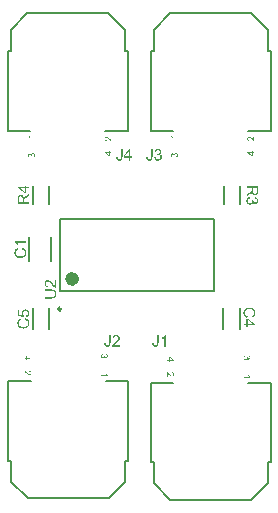
<source format=gto>
G04 Layer_Color=15065295*
%FSLAX25Y25*%
%MOIN*%
G70*
G01*
G75*
%ADD20C,0.02362*%
%ADD21C,0.00984*%
%ADD22C,0.00787*%
%ADD23C,0.00500*%
%ADD24C,0.00800*%
G36*
X33900Y110503D02*
X33864D01*
X33838Y110506D01*
X33809Y110510D01*
X33777Y110516D01*
X33744Y110523D01*
X33709Y110536D01*
X33706D01*
X33702Y110539D01*
X33683Y110545D01*
X33654Y110558D01*
X33615Y110578D01*
X33570Y110604D01*
X33518Y110636D01*
X33466Y110672D01*
X33411Y110717D01*
X33408D01*
X33404Y110724D01*
X33385Y110740D01*
X33356Y110769D01*
X33314Y110811D01*
X33265Y110860D01*
X33207Y110921D01*
X33142Y110996D01*
X33074Y111077D01*
X33071Y111080D01*
X33061Y111093D01*
X33045Y111112D01*
X33025Y111135D01*
X32999Y111164D01*
X32970Y111200D01*
X32938Y111235D01*
X32902Y111278D01*
X32824Y111359D01*
X32747Y111440D01*
X32708Y111478D01*
X32669Y111514D01*
X32633Y111547D01*
X32598Y111573D01*
X32594D01*
X32591Y111579D01*
X32581Y111585D01*
X32568Y111592D01*
X32533Y111615D01*
X32491Y111641D01*
X32439Y111663D01*
X32384Y111686D01*
X32322Y111699D01*
X32264Y111705D01*
X32257D01*
X32238Y111702D01*
X32206Y111699D01*
X32170Y111689D01*
X32125Y111676D01*
X32079Y111653D01*
X32034Y111624D01*
X31988Y111585D01*
X31982Y111579D01*
X31969Y111563D01*
X31953Y111540D01*
X31930Y111504D01*
X31911Y111459D01*
X31891Y111407D01*
X31878Y111346D01*
X31875Y111278D01*
Y111274D01*
Y111268D01*
Y111258D01*
X31878Y111245D01*
X31881Y111206D01*
X31891Y111161D01*
X31904Y111112D01*
X31927Y111057D01*
X31956Y111005D01*
X31995Y110957D01*
X32001Y110950D01*
X32018Y110937D01*
X32043Y110918D01*
X32082Y110899D01*
X32128Y110876D01*
X32186Y110856D01*
X32251Y110844D01*
X32325Y110837D01*
X32296Y110555D01*
X32293D01*
X32283Y110558D01*
X32267D01*
X32244Y110562D01*
X32219Y110568D01*
X32189Y110575D01*
X32154Y110584D01*
X32118Y110594D01*
X32040Y110620D01*
X31962Y110659D01*
X31924Y110681D01*
X31885Y110711D01*
X31849Y110740D01*
X31817Y110772D01*
X31813Y110775D01*
X31810Y110782D01*
X31800Y110792D01*
X31791Y110808D01*
X31778Y110827D01*
X31765Y110850D01*
X31749Y110876D01*
X31732Y110908D01*
X31716Y110944D01*
X31700Y110983D01*
X31687Y111025D01*
X31674Y111070D01*
X31664Y111119D01*
X31655Y111171D01*
X31651Y111226D01*
X31648Y111284D01*
Y111287D01*
Y111297D01*
Y111317D01*
X31651Y111339D01*
X31655Y111365D01*
X31658Y111398D01*
X31664Y111433D01*
X31671Y111469D01*
X31694Y111553D01*
X31726Y111637D01*
X31745Y111679D01*
X31768Y111722D01*
X31797Y111760D01*
X31830Y111796D01*
X31833Y111799D01*
X31836Y111806D01*
X31849Y111812D01*
X31862Y111825D01*
X31878Y111841D01*
X31901Y111858D01*
X31924Y111874D01*
X31953Y111893D01*
X32014Y111926D01*
X32092Y111958D01*
X32131Y111971D01*
X32176Y111978D01*
X32222Y111984D01*
X32270Y111987D01*
X32293D01*
X32319Y111984D01*
X32355Y111981D01*
X32394Y111974D01*
X32439Y111961D01*
X32487Y111948D01*
X32536Y111929D01*
X32542Y111926D01*
X32559Y111919D01*
X32585Y111906D01*
X32620Y111887D01*
X32659Y111861D01*
X32708Y111828D01*
X32756Y111790D01*
X32811Y111744D01*
X32818Y111738D01*
X32837Y111722D01*
X32853Y111705D01*
X32870Y111689D01*
X32889Y111670D01*
X32915Y111644D01*
X32941Y111618D01*
X32970Y111585D01*
X33003Y111553D01*
X33038Y111514D01*
X33074Y111472D01*
X33116Y111427D01*
X33158Y111375D01*
X33203Y111323D01*
X33207Y111320D01*
X33213Y111313D01*
X33223Y111300D01*
X33236Y111284D01*
X33255Y111265D01*
X33275Y111242D01*
X33317Y111190D01*
X33365Y111135D01*
X33414Y111083D01*
X33456Y111038D01*
X33472Y111019D01*
X33489Y111002D01*
X33492Y110999D01*
X33501Y110989D01*
X33514Y110976D01*
X33534Y110960D01*
X33557Y110944D01*
X33579Y110924D01*
X33634Y110886D01*
Y111990D01*
X33900D01*
Y110503D01*
D02*
G37*
G36*
X7788Y106465D02*
X7814Y106461D01*
X7843Y106455D01*
X7875Y106448D01*
X7911Y106442D01*
X7989Y106416D01*
X8031Y106396D01*
X8070Y106377D01*
X8112Y106351D01*
X8154Y106322D01*
X8196Y106290D01*
X8235Y106251D01*
X8238Y106247D01*
X8245Y106241D01*
X8254Y106228D01*
X8267Y106212D01*
X8283Y106192D01*
X8300Y106167D01*
X8319Y106137D01*
X8335Y106102D01*
X8355Y106066D01*
X8374Y106024D01*
X8390Y105982D01*
X8406Y105933D01*
X8420Y105881D01*
X8429Y105826D01*
X8436Y105771D01*
X8439Y105710D01*
Y105706D01*
Y105697D01*
Y105680D01*
X8436Y105661D01*
X8433Y105635D01*
X8429Y105606D01*
X8423Y105573D01*
X8416Y105538D01*
X8397Y105460D01*
X8364Y105379D01*
X8345Y105337D01*
X8322Y105298D01*
X8293Y105259D01*
X8264Y105220D01*
X8261Y105217D01*
X8254Y105211D01*
X8245Y105201D01*
X8232Y105191D01*
X8215Y105175D01*
X8193Y105159D01*
X8170Y105139D01*
X8141Y105120D01*
X8108Y105101D01*
X8076Y105081D01*
X7998Y105045D01*
X7908Y105016D01*
X7859Y105007D01*
X7807Y105000D01*
X7772Y105275D01*
X7775D01*
X7781Y105279D01*
X7794Y105282D01*
X7810Y105285D01*
X7830Y105288D01*
X7852Y105295D01*
X7901Y105311D01*
X7959Y105334D01*
X8015Y105363D01*
X8066Y105395D01*
X8112Y105434D01*
X8115Y105441D01*
X8128Y105454D01*
X8144Y105480D01*
X8160Y105512D01*
X8180Y105551D01*
X8196Y105599D01*
X8209Y105655D01*
X8212Y105713D01*
Y105716D01*
Y105723D01*
Y105732D01*
X8209Y105745D01*
X8206Y105781D01*
X8196Y105826D01*
X8180Y105878D01*
X8157Y105933D01*
X8125Y105988D01*
X8079Y106040D01*
X8073Y106047D01*
X8053Y106063D01*
X8024Y106082D01*
X7985Y106108D01*
X7937Y106134D01*
X7882Y106154D01*
X7817Y106170D01*
X7746Y106176D01*
X7726D01*
X7713Y106173D01*
X7677Y106170D01*
X7635Y106160D01*
X7584Y106147D01*
X7532Y106124D01*
X7480Y106092D01*
X7431Y106050D01*
X7425Y106043D01*
X7412Y106027D01*
X7392Y106001D01*
X7370Y105966D01*
X7347Y105920D01*
X7328Y105865D01*
X7315Y105804D01*
X7308Y105736D01*
Y105732D01*
Y105723D01*
Y105706D01*
X7311Y105684D01*
X7315Y105655D01*
X7321Y105622D01*
X7328Y105583D01*
X7337Y105541D01*
X7094Y105573D01*
Y105577D01*
Y105590D01*
X7098Y105603D01*
Y105616D01*
Y105619D01*
Y105622D01*
Y105632D01*
Y105645D01*
X7091Y105680D01*
X7085Y105723D01*
X7075Y105771D01*
X7059Y105826D01*
X7036Y105878D01*
X7007Y105933D01*
Y105936D01*
X7004Y105940D01*
X6991Y105956D01*
X6968Y105979D01*
X6939Y106004D01*
X6897Y106030D01*
X6848Y106053D01*
X6793Y106069D01*
X6761Y106076D01*
X6699D01*
X6673Y106069D01*
X6638Y106063D01*
X6599Y106050D01*
X6556Y106034D01*
X6514Y106008D01*
X6476Y105972D01*
X6472Y105969D01*
X6459Y105953D01*
X6443Y105930D01*
X6424Y105901D01*
X6408Y105862D01*
X6391Y105816D01*
X6378Y105765D01*
X6375Y105706D01*
Y105703D01*
Y105700D01*
Y105680D01*
X6381Y105651D01*
X6388Y105612D01*
X6401Y105570D01*
X6417Y105528D01*
X6443Y105483D01*
X6476Y105441D01*
X6479Y105437D01*
X6495Y105424D01*
X6518Y105405D01*
X6550Y105382D01*
X6592Y105360D01*
X6644Y105337D01*
X6706Y105318D01*
X6777Y105305D01*
X6728Y105029D01*
X6725D01*
X6715Y105032D01*
X6702Y105036D01*
X6683Y105039D01*
X6660Y105045D01*
X6634Y105055D01*
X6573Y105075D01*
X6501Y105107D01*
X6430Y105146D01*
X6362Y105194D01*
X6301Y105256D01*
X6297Y105259D01*
X6294Y105266D01*
X6288Y105275D01*
X6278Y105288D01*
X6265Y105305D01*
X6252Y105327D01*
X6239Y105350D01*
X6223Y105379D01*
X6197Y105444D01*
X6171Y105518D01*
X6155Y105606D01*
X6148Y105651D01*
Y105700D01*
Y105703D01*
Y105710D01*
Y105719D01*
Y105732D01*
X6151Y105768D01*
X6158Y105810D01*
X6168Y105862D01*
X6184Y105920D01*
X6203Y105979D01*
X6229Y106037D01*
Y106040D01*
X6233Y106043D01*
X6242Y106063D01*
X6262Y106092D01*
X6284Y106124D01*
X6317Y106163D01*
X6352Y106202D01*
X6395Y106241D01*
X6443Y106273D01*
X6450Y106277D01*
X6466Y106286D01*
X6495Y106299D01*
X6531Y106316D01*
X6573Y106332D01*
X6621Y106345D01*
X6676Y106354D01*
X6731Y106358D01*
X6757D01*
X6783Y106354D01*
X6819Y106348D01*
X6861Y106338D01*
X6906Y106322D01*
X6952Y106302D01*
X6997Y106277D01*
X7004Y106273D01*
X7017Y106264D01*
X7039Y106244D01*
X7065Y106218D01*
X7094Y106186D01*
X7127Y106147D01*
X7156Y106102D01*
X7185Y106047D01*
Y106050D01*
X7188Y106056D01*
X7192Y106066D01*
X7195Y106079D01*
X7208Y106115D01*
X7227Y106160D01*
X7253Y106212D01*
X7286Y106264D01*
X7328Y106312D01*
X7376Y106358D01*
X7383Y106361D01*
X7402Y106374D01*
X7435Y106393D01*
X7477Y106413D01*
X7529Y106432D01*
X7590Y106452D01*
X7661Y106465D01*
X7739Y106468D01*
X7768D01*
X7788Y106465D01*
D02*
G37*
G36*
X8400Y112051D02*
X6647D01*
X6650Y112048D01*
X6663Y112031D01*
X6683Y112012D01*
X6706Y111980D01*
X6735Y111944D01*
X6767Y111899D01*
X6803Y111847D01*
X6838Y111788D01*
Y111785D01*
X6842Y111782D01*
X6855Y111762D01*
X6871Y111730D01*
X6890Y111691D01*
X6913Y111646D01*
X6936Y111597D01*
X6958Y111549D01*
X6978Y111500D01*
X6712D01*
Y111503D01*
X6706Y111510D01*
X6702Y111523D01*
X6693Y111539D01*
X6683Y111558D01*
X6670Y111581D01*
X6638Y111636D01*
X6602Y111701D01*
X6556Y111766D01*
X6505Y111834D01*
X6450Y111902D01*
X6446Y111905D01*
X6443Y111908D01*
X6433Y111918D01*
X6424Y111931D01*
X6391Y111960D01*
X6352Y111999D01*
X6307Y112038D01*
X6255Y112080D01*
X6203Y112116D01*
X6148Y112148D01*
Y112326D01*
X8400D01*
Y112051D01*
D02*
G37*
G36*
X52040Y42000D02*
X51568D01*
Y45003D01*
X51563Y44997D01*
X51535Y44975D01*
X51502Y44941D01*
X51446Y44903D01*
X51385Y44853D01*
X51307Y44797D01*
X51218Y44736D01*
X51119Y44675D01*
X51113D01*
X51108Y44669D01*
X51074Y44647D01*
X51019Y44620D01*
X50952Y44586D01*
X50874Y44547D01*
X50791Y44509D01*
X50708Y44470D01*
X50625Y44436D01*
Y44892D01*
X50630D01*
X50641Y44903D01*
X50664Y44908D01*
X50691Y44925D01*
X50725Y44941D01*
X50763Y44964D01*
X50858Y45019D01*
X50969Y45080D01*
X51080Y45158D01*
X51196Y45247D01*
X51313Y45341D01*
X51318Y45347D01*
X51324Y45352D01*
X51341Y45369D01*
X51363Y45386D01*
X51413Y45441D01*
X51479Y45508D01*
X51546Y45585D01*
X51618Y45674D01*
X51679Y45763D01*
X51735Y45857D01*
X52040D01*
Y42000D01*
D02*
G37*
G36*
X49626Y43221D02*
Y43215D01*
Y43199D01*
Y43177D01*
Y43143D01*
X49620Y43099D01*
Y43055D01*
X49609Y42949D01*
X49598Y42827D01*
X49576Y42699D01*
X49542Y42583D01*
X49504Y42472D01*
Y42466D01*
X49498Y42461D01*
X49481Y42427D01*
X49454Y42383D01*
X49415Y42322D01*
X49359Y42261D01*
X49298Y42194D01*
X49220Y42128D01*
X49132Y42072D01*
X49121Y42067D01*
X49087Y42050D01*
X49037Y42028D01*
X48965Y42006D01*
X48876Y41978D01*
X48777Y41956D01*
X48665Y41939D01*
X48543Y41933D01*
X48493D01*
X48460Y41939D01*
X48416Y41945D01*
X48371Y41950D01*
X48255Y41972D01*
X48133Y42006D01*
X48005Y42055D01*
X47938Y42089D01*
X47877Y42128D01*
X47822Y42172D01*
X47766Y42222D01*
X47761Y42228D01*
X47755Y42233D01*
X47744Y42255D01*
X47728Y42278D01*
X47705Y42305D01*
X47683Y42344D01*
X47661Y42388D01*
X47633Y42439D01*
X47611Y42494D01*
X47589Y42561D01*
X47567Y42627D01*
X47544Y42705D01*
X47533Y42788D01*
X47517Y42882D01*
X47511Y42977D01*
Y43082D01*
X47972Y43149D01*
Y43143D01*
Y43132D01*
Y43110D01*
X47977Y43077D01*
X47983Y43043D01*
Y43005D01*
X48000Y42910D01*
X48016Y42810D01*
X48050Y42710D01*
X48083Y42622D01*
X48105Y42583D01*
X48133Y42549D01*
X48138Y42544D01*
X48160Y42527D01*
X48194Y42500D01*
X48238Y42472D01*
X48299Y42439D01*
X48366Y42416D01*
X48449Y42394D01*
X48538Y42388D01*
X48571D01*
X48605Y42394D01*
X48654Y42400D01*
X48704Y42411D01*
X48760Y42422D01*
X48815Y42444D01*
X48871Y42472D01*
X48876Y42477D01*
X48893Y42488D01*
X48915Y42511D01*
X48949Y42533D01*
X48976Y42572D01*
X49010Y42610D01*
X49037Y42655D01*
X49060Y42710D01*
Y42716D01*
X49071Y42738D01*
X49076Y42777D01*
X49087Y42827D01*
X49098Y42893D01*
X49104Y42977D01*
X49115Y43077D01*
Y43193D01*
Y45841D01*
X49626D01*
Y43221D01*
D02*
G37*
G36*
X56000Y112051D02*
X54247D01*
X54251Y112048D01*
X54263Y112031D01*
X54283Y112012D01*
X54305Y111980D01*
X54335Y111944D01*
X54367Y111899D01*
X54403Y111847D01*
X54438Y111788D01*
Y111785D01*
X54442Y111782D01*
X54455Y111762D01*
X54471Y111730D01*
X54490Y111691D01*
X54513Y111646D01*
X54536Y111597D01*
X54558Y111549D01*
X54578Y111500D01*
X54312D01*
Y111503D01*
X54305Y111510D01*
X54302Y111523D01*
X54293Y111539D01*
X54283Y111558D01*
X54270Y111581D01*
X54238Y111636D01*
X54202Y111701D01*
X54157Y111766D01*
X54105Y111834D01*
X54050Y111902D01*
X54046Y111905D01*
X54043Y111908D01*
X54033Y111918D01*
X54024Y111931D01*
X53991Y111960D01*
X53952Y111999D01*
X53907Y112038D01*
X53855Y112080D01*
X53803Y112116D01*
X53748Y112148D01*
Y112326D01*
X56000D01*
Y112051D01*
D02*
G37*
G36*
X81500Y110503D02*
X81464D01*
X81438Y110506D01*
X81409Y110510D01*
X81377Y110516D01*
X81344Y110523D01*
X81309Y110536D01*
X81306D01*
X81302Y110539D01*
X81283Y110545D01*
X81254Y110558D01*
X81215Y110578D01*
X81170Y110604D01*
X81118Y110636D01*
X81066Y110672D01*
X81011Y110717D01*
X81008D01*
X81004Y110724D01*
X80985Y110740D01*
X80956Y110769D01*
X80914Y110811D01*
X80865Y110860D01*
X80807Y110921D01*
X80742Y110996D01*
X80674Y111077D01*
X80671Y111080D01*
X80661Y111093D01*
X80645Y111112D01*
X80625Y111135D01*
X80599Y111164D01*
X80570Y111200D01*
X80538Y111235D01*
X80502Y111278D01*
X80424Y111359D01*
X80347Y111440D01*
X80308Y111478D01*
X80269Y111514D01*
X80233Y111547D01*
X80198Y111573D01*
X80194D01*
X80191Y111579D01*
X80181Y111585D01*
X80168Y111592D01*
X80133Y111615D01*
X80091Y111641D01*
X80039Y111663D01*
X79984Y111686D01*
X79922Y111699D01*
X79864Y111705D01*
X79857D01*
X79838Y111702D01*
X79805Y111699D01*
X79770Y111689D01*
X79725Y111676D01*
X79679Y111653D01*
X79634Y111624D01*
X79589Y111585D01*
X79582Y111579D01*
X79569Y111563D01*
X79553Y111540D01*
X79530Y111504D01*
X79511Y111459D01*
X79491Y111407D01*
X79478Y111346D01*
X79475Y111278D01*
Y111274D01*
Y111268D01*
Y111258D01*
X79478Y111245D01*
X79482Y111206D01*
X79491Y111161D01*
X79504Y111112D01*
X79527Y111057D01*
X79556Y111005D01*
X79595Y110957D01*
X79601Y110950D01*
X79618Y110937D01*
X79643Y110918D01*
X79682Y110899D01*
X79728Y110876D01*
X79786Y110856D01*
X79851Y110844D01*
X79925Y110837D01*
X79896Y110555D01*
X79893D01*
X79883Y110558D01*
X79867D01*
X79844Y110562D01*
X79818Y110568D01*
X79789Y110575D01*
X79754Y110584D01*
X79718Y110594D01*
X79640Y110620D01*
X79562Y110659D01*
X79524Y110681D01*
X79485Y110711D01*
X79449Y110740D01*
X79417Y110772D01*
X79413Y110775D01*
X79410Y110782D01*
X79400Y110792D01*
X79391Y110808D01*
X79378Y110827D01*
X79365Y110850D01*
X79349Y110876D01*
X79333Y110908D01*
X79316Y110944D01*
X79300Y110983D01*
X79287Y111025D01*
X79274Y111070D01*
X79264Y111119D01*
X79255Y111171D01*
X79251Y111226D01*
X79248Y111284D01*
Y111287D01*
Y111297D01*
Y111317D01*
X79251Y111339D01*
X79255Y111365D01*
X79258Y111398D01*
X79264Y111433D01*
X79271Y111469D01*
X79294Y111553D01*
X79326Y111637D01*
X79346Y111679D01*
X79368Y111722D01*
X79397Y111760D01*
X79430Y111796D01*
X79433Y111799D01*
X79436Y111806D01*
X79449Y111812D01*
X79462Y111825D01*
X79478Y111841D01*
X79501Y111858D01*
X79524Y111874D01*
X79553Y111893D01*
X79614Y111926D01*
X79692Y111958D01*
X79731Y111971D01*
X79776Y111978D01*
X79822Y111984D01*
X79870Y111987D01*
X79893D01*
X79919Y111984D01*
X79955Y111981D01*
X79993Y111974D01*
X80039Y111961D01*
X80087Y111948D01*
X80136Y111929D01*
X80142Y111926D01*
X80159Y111919D01*
X80185Y111906D01*
X80220Y111887D01*
X80259Y111861D01*
X80308Y111828D01*
X80356Y111790D01*
X80411Y111744D01*
X80418Y111738D01*
X80437Y111722D01*
X80453Y111705D01*
X80470Y111689D01*
X80489Y111670D01*
X80515Y111644D01*
X80541Y111618D01*
X80570Y111585D01*
X80603Y111553D01*
X80638Y111514D01*
X80674Y111472D01*
X80716Y111427D01*
X80758Y111375D01*
X80803Y111323D01*
X80807Y111320D01*
X80813Y111313D01*
X80823Y111300D01*
X80836Y111284D01*
X80855Y111265D01*
X80875Y111242D01*
X80917Y111190D01*
X80965Y111135D01*
X81014Y111083D01*
X81056Y111038D01*
X81072Y111019D01*
X81089Y111002D01*
X81092Y110999D01*
X81102Y110989D01*
X81115Y110976D01*
X81134Y110960D01*
X81157Y110944D01*
X81179Y110924D01*
X81234Y110886D01*
Y111990D01*
X81500D01*
Y110503D01*
D02*
G37*
G36*
X37626Y105221D02*
Y105216D01*
Y105199D01*
Y105177D01*
Y105143D01*
X37620Y105099D01*
Y105054D01*
X37609Y104949D01*
X37598Y104827D01*
X37576Y104699D01*
X37542Y104583D01*
X37504Y104472D01*
Y104466D01*
X37498Y104461D01*
X37481Y104427D01*
X37454Y104383D01*
X37415Y104322D01*
X37359Y104261D01*
X37298Y104194D01*
X37220Y104128D01*
X37132Y104072D01*
X37121Y104067D01*
X37087Y104050D01*
X37037Y104028D01*
X36965Y104006D01*
X36876Y103978D01*
X36777Y103956D01*
X36665Y103939D01*
X36543Y103933D01*
X36494D01*
X36460Y103939D01*
X36416Y103945D01*
X36371Y103950D01*
X36255Y103972D01*
X36133Y104006D01*
X36005Y104056D01*
X35939Y104089D01*
X35877Y104128D01*
X35822Y104172D01*
X35766Y104222D01*
X35761Y104227D01*
X35755Y104233D01*
X35744Y104255D01*
X35728Y104278D01*
X35705Y104305D01*
X35683Y104344D01*
X35661Y104388D01*
X35633Y104438D01*
X35611Y104494D01*
X35589Y104560D01*
X35567Y104627D01*
X35544Y104705D01*
X35533Y104788D01*
X35517Y104882D01*
X35511Y104977D01*
Y105082D01*
X35972Y105149D01*
Y105143D01*
Y105132D01*
Y105110D01*
X35977Y105077D01*
X35983Y105043D01*
Y105005D01*
X36000Y104910D01*
X36016Y104810D01*
X36050Y104710D01*
X36083Y104622D01*
X36105Y104583D01*
X36133Y104550D01*
X36138Y104544D01*
X36160Y104527D01*
X36194Y104499D01*
X36238Y104472D01*
X36299Y104438D01*
X36366Y104416D01*
X36449Y104394D01*
X36538Y104388D01*
X36571D01*
X36604Y104394D01*
X36654Y104400D01*
X36704Y104411D01*
X36760Y104422D01*
X36815Y104444D01*
X36871Y104472D01*
X36876Y104477D01*
X36893Y104488D01*
X36915Y104511D01*
X36949Y104533D01*
X36976Y104572D01*
X37010Y104611D01*
X37037Y104655D01*
X37060Y104710D01*
Y104716D01*
X37071Y104738D01*
X37076Y104777D01*
X37087Y104827D01*
X37098Y104894D01*
X37104Y104977D01*
X37115Y105077D01*
Y105193D01*
Y107841D01*
X37626D01*
Y105221D01*
D02*
G37*
G36*
X33362Y106751D02*
X33900D01*
Y106475D01*
X33362D01*
Y105500D01*
X33110D01*
X31658Y106527D01*
Y106751D01*
X33110D01*
Y107055D01*
X33362D01*
Y106751D01*
D02*
G37*
G36*
X40245Y105354D02*
X40767D01*
Y104921D01*
X40245D01*
Y104000D01*
X39773D01*
Y104921D01*
X38103D01*
Y105354D01*
X39862Y107841D01*
X40245D01*
Y105354D01*
D02*
G37*
G36*
X7242Y37973D02*
Y37749D01*
X5791D01*
Y37445D01*
X5538D01*
Y37749D01*
X5000D01*
Y38025D01*
X5538D01*
Y39000D01*
X5791D01*
X7242Y37973D01*
D02*
G37*
G36*
X35629Y45852D02*
X35674Y45846D01*
X35729Y45841D01*
X35790Y45829D01*
X35851Y45818D01*
X35996Y45780D01*
X36140Y45724D01*
X36212Y45691D01*
X36284Y45652D01*
X36351Y45602D01*
X36412Y45546D01*
X36417Y45541D01*
X36428Y45535D01*
X36439Y45513D01*
X36462Y45491D01*
X36489Y45463D01*
X36517Y45424D01*
X36545Y45386D01*
X36578Y45336D01*
X36634Y45230D01*
X36689Y45097D01*
X36711Y45030D01*
X36723Y44953D01*
X36734Y44875D01*
X36739Y44792D01*
Y44780D01*
Y44753D01*
X36734Y44708D01*
X36728Y44647D01*
X36717Y44581D01*
X36695Y44503D01*
X36673Y44420D01*
X36639Y44337D01*
X36634Y44326D01*
X36623Y44298D01*
X36601Y44253D01*
X36567Y44192D01*
X36523Y44126D01*
X36467Y44042D01*
X36401Y43959D01*
X36323Y43865D01*
X36312Y43854D01*
X36284Y43820D01*
X36256Y43793D01*
X36229Y43765D01*
X36195Y43732D01*
X36151Y43687D01*
X36107Y43643D01*
X36051Y43593D01*
X35996Y43537D01*
X35929Y43476D01*
X35857Y43415D01*
X35779Y43343D01*
X35690Y43271D01*
X35601Y43193D01*
X35596Y43188D01*
X35585Y43177D01*
X35563Y43160D01*
X35535Y43138D01*
X35502Y43104D01*
X35463Y43071D01*
X35374Y42999D01*
X35280Y42916D01*
X35191Y42832D01*
X35113Y42760D01*
X35080Y42733D01*
X35052Y42705D01*
X35046Y42699D01*
X35030Y42683D01*
X35008Y42660D01*
X34980Y42627D01*
X34952Y42588D01*
X34919Y42549D01*
X34852Y42455D01*
X36745D01*
Y42000D01*
X34197D01*
Y42006D01*
Y42028D01*
Y42061D01*
X34203Y42105D01*
X34208Y42155D01*
X34220Y42211D01*
X34231Y42266D01*
X34253Y42327D01*
Y42333D01*
X34258Y42338D01*
X34269Y42372D01*
X34292Y42422D01*
X34325Y42488D01*
X34369Y42566D01*
X34425Y42655D01*
X34486Y42744D01*
X34564Y42838D01*
Y42844D01*
X34575Y42849D01*
X34602Y42882D01*
X34652Y42932D01*
X34725Y43005D01*
X34808Y43088D01*
X34913Y43188D01*
X35041Y43299D01*
X35180Y43415D01*
X35185Y43421D01*
X35207Y43437D01*
X35241Y43465D01*
X35280Y43499D01*
X35329Y43543D01*
X35391Y43593D01*
X35452Y43648D01*
X35524Y43709D01*
X35662Y43843D01*
X35801Y43976D01*
X35868Y44042D01*
X35929Y44109D01*
X35984Y44170D01*
X36029Y44231D01*
Y44237D01*
X36040Y44242D01*
X36051Y44259D01*
X36062Y44281D01*
X36101Y44342D01*
X36145Y44414D01*
X36184Y44503D01*
X36223Y44597D01*
X36245Y44703D01*
X36256Y44803D01*
Y44808D01*
Y44814D01*
X36251Y44847D01*
X36245Y44903D01*
X36229Y44964D01*
X36206Y45041D01*
X36167Y45119D01*
X36118Y45197D01*
X36051Y45274D01*
X36040Y45286D01*
X36012Y45308D01*
X35973Y45336D01*
X35912Y45374D01*
X35835Y45408D01*
X35746Y45441D01*
X35640Y45463D01*
X35524Y45469D01*
X35490D01*
X35468Y45463D01*
X35402Y45458D01*
X35324Y45441D01*
X35241Y45419D01*
X35146Y45380D01*
X35058Y45330D01*
X34974Y45263D01*
X34963Y45252D01*
X34941Y45224D01*
X34908Y45180D01*
X34874Y45114D01*
X34836Y45036D01*
X34802Y44936D01*
X34780Y44825D01*
X34769Y44697D01*
X34286Y44747D01*
Y44753D01*
X34292Y44769D01*
Y44797D01*
X34297Y44836D01*
X34308Y44881D01*
X34319Y44930D01*
X34336Y44991D01*
X34353Y45052D01*
X34397Y45186D01*
X34464Y45319D01*
X34503Y45386D01*
X34552Y45452D01*
X34602Y45513D01*
X34658Y45569D01*
X34664Y45574D01*
X34675Y45580D01*
X34691Y45596D01*
X34719Y45613D01*
X34752Y45635D01*
X34791Y45658D01*
X34836Y45685D01*
X34891Y45713D01*
X34952Y45741D01*
X35019Y45768D01*
X35091Y45791D01*
X35168Y45813D01*
X35252Y45829D01*
X35341Y45846D01*
X35435Y45852D01*
X35535Y45857D01*
X35590D01*
X35629Y45852D01*
D02*
G37*
G36*
X31129Y39225D02*
X31125D01*
X31119Y39221D01*
X31106Y39218D01*
X31090Y39215D01*
X31070Y39212D01*
X31048Y39205D01*
X30999Y39189D01*
X30941Y39166D01*
X30886Y39137D01*
X30834Y39105D01*
X30788Y39066D01*
X30785Y39059D01*
X30772Y39046D01*
X30756Y39020D01*
X30740Y38988D01*
X30720Y38949D01*
X30704Y38901D01*
X30691Y38846D01*
X30688Y38787D01*
Y38784D01*
Y38778D01*
Y38768D01*
X30691Y38755D01*
X30694Y38719D01*
X30704Y38674D01*
X30720Y38622D01*
X30743Y38567D01*
X30775Y38512D01*
X30821Y38460D01*
X30827Y38454D01*
X30847Y38437D01*
X30876Y38418D01*
X30915Y38392D01*
X30963Y38366D01*
X31018Y38347D01*
X31083Y38330D01*
X31155Y38324D01*
X31174D01*
X31187Y38327D01*
X31223Y38330D01*
X31265Y38340D01*
X31317Y38353D01*
X31368Y38376D01*
X31420Y38408D01*
X31469Y38450D01*
X31475Y38457D01*
X31488Y38473D01*
X31508Y38499D01*
X31530Y38535D01*
X31553Y38580D01*
X31572Y38635D01*
X31585Y38697D01*
X31592Y38765D01*
Y38768D01*
Y38778D01*
Y38794D01*
X31589Y38816D01*
X31585Y38846D01*
X31579Y38878D01*
X31572Y38917D01*
X31563Y38959D01*
X31806Y38927D01*
Y38923D01*
Y38910D01*
X31802Y38897D01*
Y38884D01*
Y38881D01*
Y38878D01*
Y38868D01*
Y38855D01*
X31809Y38820D01*
X31815Y38778D01*
X31825Y38729D01*
X31841Y38674D01*
X31864Y38622D01*
X31893Y38567D01*
Y38564D01*
X31896Y38560D01*
X31909Y38544D01*
X31932Y38522D01*
X31961Y38496D01*
X32003Y38470D01*
X32052Y38447D01*
X32107Y38431D01*
X32140Y38424D01*
X32201D01*
X32227Y38431D01*
X32263Y38437D01*
X32302Y38450D01*
X32344Y38467D01*
X32386Y38492D01*
X32425Y38528D01*
X32428Y38531D01*
X32441Y38548D01*
X32457Y38570D01*
X32476Y38599D01*
X32493Y38638D01*
X32509Y38684D01*
X32522Y38735D01*
X32525Y38794D01*
Y38797D01*
Y38800D01*
Y38820D01*
X32519Y38849D01*
X32512Y38888D01*
X32499Y38930D01*
X32483Y38972D01*
X32457Y39017D01*
X32425Y39059D01*
X32421Y39063D01*
X32405Y39076D01*
X32383Y39095D01*
X32350Y39118D01*
X32308Y39140D01*
X32256Y39163D01*
X32195Y39182D01*
X32123Y39195D01*
X32172Y39471D01*
X32175D01*
X32185Y39468D01*
X32198Y39464D01*
X32217Y39461D01*
X32240Y39455D01*
X32266Y39445D01*
X32327Y39426D01*
X32399Y39393D01*
X32470Y39354D01*
X32538Y39306D01*
X32600Y39244D01*
X32603Y39241D01*
X32606Y39234D01*
X32612Y39225D01*
X32622Y39212D01*
X32635Y39195D01*
X32648Y39173D01*
X32661Y39150D01*
X32677Y39121D01*
X32703Y39056D01*
X32729Y38982D01*
X32745Y38894D01*
X32752Y38849D01*
Y38800D01*
Y38797D01*
Y38791D01*
Y38781D01*
Y38768D01*
X32749Y38732D01*
X32742Y38690D01*
X32732Y38638D01*
X32716Y38580D01*
X32697Y38522D01*
X32671Y38463D01*
Y38460D01*
X32668Y38457D01*
X32658Y38437D01*
X32638Y38408D01*
X32616Y38376D01*
X32583Y38337D01*
X32548Y38298D01*
X32506Y38259D01*
X32457Y38227D01*
X32451Y38223D01*
X32434Y38214D01*
X32405Y38201D01*
X32370Y38185D01*
X32327Y38168D01*
X32279Y38155D01*
X32224Y38146D01*
X32169Y38142D01*
X32143D01*
X32117Y38146D01*
X32081Y38152D01*
X32039Y38162D01*
X31994Y38178D01*
X31948Y38198D01*
X31903Y38223D01*
X31896Y38227D01*
X31883Y38236D01*
X31861Y38256D01*
X31835Y38282D01*
X31806Y38314D01*
X31773Y38353D01*
X31744Y38399D01*
X31715Y38454D01*
Y38450D01*
X31712Y38444D01*
X31709Y38434D01*
X31705Y38421D01*
X31692Y38385D01*
X31673Y38340D01*
X31647Y38288D01*
X31615Y38236D01*
X31572Y38188D01*
X31524Y38142D01*
X31517Y38139D01*
X31498Y38126D01*
X31466Y38107D01*
X31424Y38087D01*
X31372Y38068D01*
X31310Y38048D01*
X31239Y38036D01*
X31161Y38032D01*
X31132D01*
X31112Y38036D01*
X31087Y38039D01*
X31057Y38045D01*
X31025Y38052D01*
X30989Y38058D01*
X30911Y38084D01*
X30869Y38104D01*
X30830Y38123D01*
X30788Y38149D01*
X30746Y38178D01*
X30704Y38210D01*
X30665Y38249D01*
X30662Y38253D01*
X30656Y38259D01*
X30646Y38272D01*
X30633Y38288D01*
X30617Y38308D01*
X30601Y38334D01*
X30581Y38363D01*
X30565Y38399D01*
X30545Y38434D01*
X30526Y38476D01*
X30510Y38518D01*
X30494Y38567D01*
X30481Y38619D01*
X30471Y38674D01*
X30464Y38729D01*
X30461Y38791D01*
Y38794D01*
Y38803D01*
Y38820D01*
X30464Y38839D01*
X30468Y38865D01*
X30471Y38894D01*
X30477Y38927D01*
X30484Y38962D01*
X30503Y39040D01*
X30536Y39121D01*
X30555Y39163D01*
X30578Y39202D01*
X30607Y39241D01*
X30636Y39280D01*
X30639Y39283D01*
X30646Y39289D01*
X30656Y39299D01*
X30669Y39309D01*
X30685Y39325D01*
X30707Y39341D01*
X30730Y39361D01*
X30759Y39380D01*
X30792Y39400D01*
X30824Y39419D01*
X30902Y39455D01*
X30992Y39484D01*
X31041Y39494D01*
X31093Y39500D01*
X31129Y39225D01*
D02*
G37*
G36*
X32188Y32997D02*
X32195Y32990D01*
X32198Y32977D01*
X32208Y32961D01*
X32217Y32942D01*
X32230Y32919D01*
X32263Y32864D01*
X32298Y32799D01*
X32344Y32734D01*
X32395Y32666D01*
X32451Y32598D01*
X32454Y32595D01*
X32457Y32592D01*
X32467Y32582D01*
X32476Y32569D01*
X32509Y32540D01*
X32548Y32501D01*
X32593Y32462D01*
X32645Y32420D01*
X32697Y32384D01*
X32752Y32352D01*
Y32174D01*
X30500D01*
Y32449D01*
X32253D01*
X32250Y32452D01*
X32237Y32469D01*
X32217Y32488D01*
X32195Y32520D01*
X32165Y32556D01*
X32133Y32601D01*
X32097Y32653D01*
X32062Y32712D01*
Y32715D01*
X32059Y32718D01*
X32046Y32738D01*
X32029Y32770D01*
X32010Y32809D01*
X31987Y32854D01*
X31964Y32903D01*
X31942Y32951D01*
X31922Y33000D01*
X32188D01*
Y32997D01*
D02*
G37*
G36*
X5062Y33994D02*
X5091Y33990D01*
X5123Y33984D01*
X5156Y33977D01*
X5191Y33964D01*
X5194D01*
X5198Y33961D01*
X5217Y33955D01*
X5246Y33942D01*
X5285Y33922D01*
X5331Y33896D01*
X5382Y33864D01*
X5434Y33828D01*
X5489Y33783D01*
X5492D01*
X5496Y33777D01*
X5515Y33760D01*
X5544Y33731D01*
X5587Y33689D01*
X5635Y33640D01*
X5693Y33579D01*
X5758Y33504D01*
X5826Y33423D01*
X5830Y33420D01*
X5839Y33407D01*
X5855Y33388D01*
X5875Y33365D01*
X5901Y33336D01*
X5930Y33300D01*
X5962Y33265D01*
X5998Y33222D01*
X6076Y33141D01*
X6154Y33060D01*
X6192Y33022D01*
X6231Y32986D01*
X6267Y32954D01*
X6302Y32928D01*
X6306D01*
X6309Y32921D01*
X6319Y32915D01*
X6332Y32908D01*
X6367Y32886D01*
X6409Y32860D01*
X6461Y32837D01*
X6516Y32814D01*
X6578Y32801D01*
X6636Y32795D01*
X6643D01*
X6662Y32798D01*
X6695Y32801D01*
X6730Y32811D01*
X6776Y32824D01*
X6821Y32847D01*
X6866Y32876D01*
X6912Y32915D01*
X6918Y32921D01*
X6931Y32937D01*
X6947Y32960D01*
X6970Y32996D01*
X6989Y33041D01*
X7009Y33093D01*
X7022Y33154D01*
X7025Y33222D01*
Y33226D01*
Y33232D01*
Y33242D01*
X7022Y33255D01*
X7019Y33294D01*
X7009Y33339D01*
X6996Y33388D01*
X6973Y33443D01*
X6944Y33495D01*
X6905Y33543D01*
X6899Y33550D01*
X6882Y33563D01*
X6857Y33582D01*
X6818Y33601D01*
X6772Y33624D01*
X6714Y33644D01*
X6649Y33657D01*
X6575Y33663D01*
X6604Y33945D01*
X6607D01*
X6617Y33942D01*
X6633D01*
X6656Y33939D01*
X6682Y33932D01*
X6711Y33926D01*
X6746Y33916D01*
X6782Y33906D01*
X6860Y33880D01*
X6938Y33841D01*
X6976Y33819D01*
X7015Y33789D01*
X7051Y33760D01*
X7083Y33728D01*
X7087Y33725D01*
X7090Y33718D01*
X7100Y33708D01*
X7109Y33692D01*
X7122Y33673D01*
X7135Y33650D01*
X7151Y33624D01*
X7168Y33592D01*
X7184Y33556D01*
X7200Y33517D01*
X7213Y33475D01*
X7226Y33430D01*
X7236Y33381D01*
X7245Y33329D01*
X7249Y33274D01*
X7252Y33216D01*
Y33213D01*
Y33203D01*
Y33184D01*
X7249Y33161D01*
X7245Y33135D01*
X7242Y33103D01*
X7236Y33067D01*
X7229Y33031D01*
X7207Y32947D01*
X7174Y32863D01*
X7155Y32821D01*
X7132Y32779D01*
X7103Y32740D01*
X7070Y32704D01*
X7067Y32701D01*
X7064Y32694D01*
X7051Y32688D01*
X7038Y32675D01*
X7022Y32659D01*
X6999Y32642D01*
X6976Y32626D01*
X6947Y32607D01*
X6886Y32574D01*
X6808Y32542D01*
X6769Y32529D01*
X6724Y32523D01*
X6678Y32516D01*
X6630Y32513D01*
X6607D01*
X6581Y32516D01*
X6545Y32519D01*
X6507Y32526D01*
X6461Y32539D01*
X6413Y32552D01*
X6364Y32571D01*
X6358Y32574D01*
X6341Y32581D01*
X6316Y32594D01*
X6280Y32613D01*
X6241Y32639D01*
X6192Y32672D01*
X6144Y32710D01*
X6089Y32756D01*
X6082Y32762D01*
X6063Y32779D01*
X6047Y32795D01*
X6030Y32811D01*
X6011Y32830D01*
X5985Y32856D01*
X5959Y32882D01*
X5930Y32915D01*
X5897Y32947D01*
X5862Y32986D01*
X5826Y33028D01*
X5784Y33073D01*
X5742Y33125D01*
X5697Y33177D01*
X5693Y33180D01*
X5687Y33187D01*
X5677Y33200D01*
X5664Y33216D01*
X5645Y33235D01*
X5625Y33258D01*
X5583Y33310D01*
X5535Y33365D01*
X5486Y33417D01*
X5444Y33462D01*
X5428Y33482D01*
X5412Y33498D01*
X5408Y33501D01*
X5399Y33511D01*
X5386Y33524D01*
X5366Y33540D01*
X5344Y33556D01*
X5321Y33576D01*
X5266Y33615D01*
Y32510D01*
X5000D01*
Y33997D01*
X5036D01*
X5062Y33994D01*
D02*
G37*
G36*
X78629Y38725D02*
X78625D01*
X78619Y38721D01*
X78606Y38718D01*
X78590Y38715D01*
X78570Y38712D01*
X78548Y38705D01*
X78499Y38689D01*
X78441Y38666D01*
X78386Y38637D01*
X78334Y38605D01*
X78288Y38566D01*
X78285Y38559D01*
X78272Y38546D01*
X78256Y38521D01*
X78240Y38488D01*
X78220Y38449D01*
X78204Y38401D01*
X78191Y38346D01*
X78188Y38287D01*
Y38284D01*
Y38278D01*
Y38268D01*
X78191Y38255D01*
X78194Y38219D01*
X78204Y38174D01*
X78220Y38122D01*
X78243Y38067D01*
X78276Y38012D01*
X78321Y37960D01*
X78327Y37953D01*
X78347Y37937D01*
X78376Y37918D01*
X78415Y37892D01*
X78463Y37866D01*
X78518Y37847D01*
X78583Y37830D01*
X78654Y37824D01*
X78674D01*
X78687Y37827D01*
X78723Y37830D01*
X78765Y37840D01*
X78816Y37853D01*
X78868Y37876D01*
X78920Y37908D01*
X78969Y37950D01*
X78975Y37957D01*
X78988Y37973D01*
X79008Y37999D01*
X79030Y38034D01*
X79053Y38080D01*
X79072Y38135D01*
X79085Y38197D01*
X79092Y38265D01*
Y38268D01*
Y38278D01*
Y38294D01*
X79089Y38316D01*
X79085Y38346D01*
X79079Y38378D01*
X79072Y38417D01*
X79063Y38459D01*
X79306Y38427D01*
Y38423D01*
Y38410D01*
X79303Y38397D01*
Y38384D01*
Y38381D01*
Y38378D01*
Y38368D01*
Y38355D01*
X79309Y38320D01*
X79316Y38278D01*
X79325Y38229D01*
X79341Y38174D01*
X79364Y38122D01*
X79393Y38067D01*
Y38064D01*
X79396Y38060D01*
X79409Y38044D01*
X79432Y38022D01*
X79461Y37996D01*
X79503Y37970D01*
X79552Y37947D01*
X79607Y37931D01*
X79640Y37924D01*
X79701D01*
X79727Y37931D01*
X79763Y37937D01*
X79801Y37950D01*
X79844Y37966D01*
X79886Y37992D01*
X79925Y38028D01*
X79928Y38031D01*
X79941Y38048D01*
X79957Y38070D01*
X79976Y38099D01*
X79993Y38138D01*
X80009Y38184D01*
X80022Y38235D01*
X80025Y38294D01*
Y38297D01*
Y38300D01*
Y38320D01*
X80019Y38349D01*
X80012Y38388D01*
X79999Y38430D01*
X79983Y38472D01*
X79957Y38517D01*
X79925Y38559D01*
X79921Y38563D01*
X79905Y38576D01*
X79883Y38595D01*
X79850Y38618D01*
X79808Y38640D01*
X79756Y38663D01*
X79695Y38682D01*
X79623Y38695D01*
X79672Y38971D01*
X79675D01*
X79685Y38968D01*
X79698Y38964D01*
X79717Y38961D01*
X79740Y38955D01*
X79766Y38945D01*
X79827Y38925D01*
X79899Y38893D01*
X79970Y38854D01*
X80038Y38806D01*
X80100Y38744D01*
X80103Y38741D01*
X80106Y38734D01*
X80112Y38725D01*
X80122Y38712D01*
X80135Y38695D01*
X80148Y38673D01*
X80161Y38650D01*
X80177Y38621D01*
X80203Y38556D01*
X80229Y38482D01*
X80245Y38394D01*
X80252Y38349D01*
Y38300D01*
Y38297D01*
Y38291D01*
Y38281D01*
Y38268D01*
X80249Y38232D01*
X80242Y38190D01*
X80232Y38138D01*
X80216Y38080D01*
X80197Y38022D01*
X80171Y37963D01*
Y37960D01*
X80168Y37957D01*
X80158Y37937D01*
X80138Y37908D01*
X80116Y37876D01*
X80083Y37837D01*
X80048Y37798D01*
X80006Y37759D01*
X79957Y37727D01*
X79950Y37723D01*
X79934Y37714D01*
X79905Y37701D01*
X79870Y37685D01*
X79827Y37668D01*
X79779Y37655D01*
X79724Y37646D01*
X79669Y37642D01*
X79643D01*
X79617Y37646D01*
X79581Y37652D01*
X79539Y37662D01*
X79494Y37678D01*
X79448Y37698D01*
X79403Y37723D01*
X79396Y37727D01*
X79383Y37736D01*
X79361Y37756D01*
X79335Y37782D01*
X79306Y37814D01*
X79273Y37853D01*
X79244Y37898D01*
X79215Y37953D01*
Y37950D01*
X79212Y37944D01*
X79209Y37934D01*
X79205Y37921D01*
X79192Y37885D01*
X79173Y37840D01*
X79147Y37788D01*
X79115Y37736D01*
X79072Y37688D01*
X79024Y37642D01*
X79017Y37639D01*
X78998Y37626D01*
X78966Y37607D01*
X78923Y37587D01*
X78872Y37568D01*
X78810Y37549D01*
X78739Y37536D01*
X78661Y37532D01*
X78632D01*
X78612Y37536D01*
X78587Y37539D01*
X78557Y37545D01*
X78525Y37552D01*
X78489Y37558D01*
X78412Y37584D01*
X78369Y37604D01*
X78330Y37623D01*
X78288Y37649D01*
X78246Y37678D01*
X78204Y37710D01*
X78165Y37749D01*
X78162Y37753D01*
X78156Y37759D01*
X78146Y37772D01*
X78133Y37788D01*
X78117Y37808D01*
X78101Y37834D01*
X78081Y37863D01*
X78065Y37898D01*
X78045Y37934D01*
X78026Y37976D01*
X78010Y38018D01*
X77994Y38067D01*
X77981Y38119D01*
X77971Y38174D01*
X77964Y38229D01*
X77961Y38291D01*
Y38294D01*
Y38303D01*
Y38320D01*
X77964Y38339D01*
X77968Y38365D01*
X77971Y38394D01*
X77977Y38427D01*
X77984Y38462D01*
X78003Y38540D01*
X78036Y38621D01*
X78055Y38663D01*
X78078Y38702D01*
X78107Y38741D01*
X78136Y38780D01*
X78139Y38783D01*
X78146Y38789D01*
X78156Y38799D01*
X78168Y38809D01*
X78185Y38825D01*
X78207Y38841D01*
X78230Y38861D01*
X78259Y38880D01*
X78292Y38900D01*
X78324Y38919D01*
X78402Y38955D01*
X78492Y38984D01*
X78541Y38994D01*
X78593Y39000D01*
X78629Y38725D01*
D02*
G37*
G36*
X54742Y37473D02*
Y37249D01*
X53291D01*
Y36945D01*
X53038D01*
Y37249D01*
X52500D01*
Y37525D01*
X53038D01*
Y38500D01*
X53291D01*
X54742Y37473D01*
D02*
G37*
G36*
X52562Y33494D02*
X52591Y33490D01*
X52623Y33484D01*
X52656Y33477D01*
X52691Y33464D01*
X52694D01*
X52698Y33461D01*
X52717Y33455D01*
X52746Y33442D01*
X52785Y33422D01*
X52830Y33396D01*
X52882Y33364D01*
X52934Y33328D01*
X52989Y33283D01*
X52992D01*
X52996Y33277D01*
X53015Y33260D01*
X53044Y33231D01*
X53087Y33189D01*
X53135Y33140D01*
X53193Y33079D01*
X53258Y33004D01*
X53326Y32923D01*
X53329Y32920D01*
X53339Y32907D01*
X53355Y32888D01*
X53375Y32865D01*
X53401Y32836D01*
X53430Y32800D01*
X53462Y32765D01*
X53498Y32722D01*
X53576Y32641D01*
X53654Y32560D01*
X53692Y32522D01*
X53731Y32486D01*
X53767Y32454D01*
X53803Y32428D01*
X53806D01*
X53809Y32421D01*
X53819Y32415D01*
X53832Y32408D01*
X53867Y32386D01*
X53909Y32360D01*
X53961Y32337D01*
X54016Y32314D01*
X54078Y32301D01*
X54136Y32295D01*
X54143D01*
X54162Y32298D01*
X54195Y32301D01*
X54230Y32311D01*
X54276Y32324D01*
X54321Y32347D01*
X54366Y32376D01*
X54412Y32415D01*
X54418Y32421D01*
X54431Y32437D01*
X54447Y32460D01*
X54470Y32496D01*
X54489Y32541D01*
X54509Y32593D01*
X54522Y32654D01*
X54525Y32722D01*
Y32726D01*
Y32732D01*
Y32742D01*
X54522Y32755D01*
X54519Y32794D01*
X54509Y32839D01*
X54496Y32888D01*
X54473Y32943D01*
X54444Y32995D01*
X54405Y33043D01*
X54399Y33050D01*
X54382Y33063D01*
X54357Y33082D01*
X54318Y33101D01*
X54272Y33124D01*
X54214Y33144D01*
X54149Y33157D01*
X54075Y33163D01*
X54104Y33445D01*
X54107D01*
X54117Y33442D01*
X54133D01*
X54156Y33439D01*
X54182Y33432D01*
X54211Y33426D01*
X54246Y33416D01*
X54282Y33406D01*
X54360Y33380D01*
X54438Y33341D01*
X54476Y33319D01*
X54515Y33289D01*
X54551Y33260D01*
X54583Y33228D01*
X54587Y33225D01*
X54590Y33218D01*
X54600Y33208D01*
X54609Y33192D01*
X54622Y33173D01*
X54635Y33150D01*
X54651Y33124D01*
X54668Y33092D01*
X54684Y33056D01*
X54700Y33017D01*
X54713Y32975D01*
X54726Y32930D01*
X54736Y32881D01*
X54745Y32829D01*
X54749Y32774D01*
X54752Y32716D01*
Y32713D01*
Y32703D01*
Y32684D01*
X54749Y32661D01*
X54745Y32635D01*
X54742Y32603D01*
X54736Y32567D01*
X54729Y32531D01*
X54707Y32447D01*
X54674Y32363D01*
X54655Y32321D01*
X54632Y32279D01*
X54603Y32240D01*
X54570Y32204D01*
X54567Y32201D01*
X54564Y32194D01*
X54551Y32188D01*
X54538Y32175D01*
X54522Y32159D01*
X54499Y32142D01*
X54476Y32126D01*
X54447Y32107D01*
X54386Y32074D01*
X54308Y32042D01*
X54269Y32029D01*
X54224Y32023D01*
X54178Y32016D01*
X54130Y32013D01*
X54107D01*
X54081Y32016D01*
X54045Y32019D01*
X54007Y32026D01*
X53961Y32039D01*
X53913Y32052D01*
X53864Y32071D01*
X53858Y32074D01*
X53841Y32081D01*
X53816Y32094D01*
X53780Y32113D01*
X53741Y32139D01*
X53692Y32172D01*
X53644Y32210D01*
X53589Y32256D01*
X53582Y32262D01*
X53563Y32279D01*
X53547Y32295D01*
X53530Y32311D01*
X53511Y32330D01*
X53485Y32356D01*
X53459Y32382D01*
X53430Y32415D01*
X53398Y32447D01*
X53362Y32486D01*
X53326Y32528D01*
X53284Y32573D01*
X53242Y32625D01*
X53197Y32677D01*
X53193Y32680D01*
X53187Y32687D01*
X53177Y32700D01*
X53164Y32716D01*
X53145Y32735D01*
X53125Y32758D01*
X53083Y32810D01*
X53035Y32865D01*
X52986Y32917D01*
X52944Y32962D01*
X52928Y32982D01*
X52912Y32998D01*
X52908Y33001D01*
X52899Y33011D01*
X52886Y33024D01*
X52866Y33040D01*
X52843Y33056D01*
X52821Y33076D01*
X52766Y33114D01*
Y32010D01*
X52500D01*
Y33497D01*
X52536D01*
X52562Y33494D01*
D02*
G37*
G36*
X33626Y43221D02*
Y43215D01*
Y43199D01*
Y43177D01*
Y43143D01*
X33620Y43099D01*
Y43055D01*
X33609Y42949D01*
X33598Y42827D01*
X33576Y42699D01*
X33542Y42583D01*
X33504Y42472D01*
Y42466D01*
X33498Y42461D01*
X33481Y42427D01*
X33454Y42383D01*
X33415Y42322D01*
X33359Y42261D01*
X33298Y42194D01*
X33220Y42128D01*
X33132Y42072D01*
X33121Y42067D01*
X33087Y42050D01*
X33037Y42028D01*
X32965Y42006D01*
X32876Y41978D01*
X32776Y41956D01*
X32666Y41939D01*
X32543Y41933D01*
X32493D01*
X32460Y41939D01*
X32416Y41945D01*
X32371Y41950D01*
X32255Y41972D01*
X32133Y42006D01*
X32005Y42055D01*
X31938Y42089D01*
X31877Y42128D01*
X31822Y42172D01*
X31766Y42222D01*
X31761Y42228D01*
X31755Y42233D01*
X31744Y42255D01*
X31728Y42278D01*
X31705Y42305D01*
X31683Y42344D01*
X31661Y42388D01*
X31633Y42439D01*
X31611Y42494D01*
X31589Y42561D01*
X31567Y42627D01*
X31544Y42705D01*
X31533Y42788D01*
X31517Y42882D01*
X31511Y42977D01*
Y43082D01*
X31972Y43149D01*
Y43143D01*
Y43132D01*
Y43110D01*
X31977Y43077D01*
X31983Y43043D01*
Y43005D01*
X31999Y42910D01*
X32016Y42810D01*
X32050Y42710D01*
X32083Y42622D01*
X32105Y42583D01*
X32133Y42549D01*
X32138Y42544D01*
X32160Y42527D01*
X32194Y42500D01*
X32238Y42472D01*
X32299Y42439D01*
X32366Y42416D01*
X32449Y42394D01*
X32538Y42388D01*
X32571D01*
X32605Y42394D01*
X32654Y42400D01*
X32704Y42411D01*
X32760Y42422D01*
X32815Y42444D01*
X32871Y42472D01*
X32876Y42477D01*
X32893Y42488D01*
X32915Y42511D01*
X32949Y42533D01*
X32976Y42572D01*
X33010Y42610D01*
X33037Y42655D01*
X33060Y42710D01*
Y42716D01*
X33071Y42738D01*
X33076Y42777D01*
X33087Y42827D01*
X33098Y42893D01*
X33104Y42977D01*
X33115Y43077D01*
Y43193D01*
Y45841D01*
X33626D01*
Y43221D01*
D02*
G37*
G36*
X79688Y32497D02*
X79695Y32490D01*
X79698Y32477D01*
X79707Y32461D01*
X79717Y32442D01*
X79730Y32419D01*
X79763Y32364D01*
X79798Y32299D01*
X79844Y32234D01*
X79896Y32166D01*
X79950Y32098D01*
X79954Y32095D01*
X79957Y32092D01*
X79967Y32082D01*
X79976Y32069D01*
X80009Y32040D01*
X80048Y32001D01*
X80093Y31962D01*
X80145Y31920D01*
X80197Y31884D01*
X80252Y31852D01*
Y31674D01*
X78000D01*
Y31949D01*
X79753D01*
X79750Y31953D01*
X79737Y31969D01*
X79717Y31988D01*
X79695Y32021D01*
X79665Y32056D01*
X79633Y32102D01*
X79597Y32153D01*
X79562Y32212D01*
Y32215D01*
X79558Y32218D01*
X79545Y32238D01*
X79529Y32270D01*
X79510Y32309D01*
X79487Y32354D01*
X79465Y32403D01*
X79442Y32451D01*
X79422Y32500D01*
X79688D01*
Y32497D01*
D02*
G37*
G36*
X55388Y106465D02*
X55414Y106461D01*
X55443Y106455D01*
X55475Y106448D01*
X55511Y106442D01*
X55589Y106416D01*
X55631Y106396D01*
X55670Y106377D01*
X55712Y106351D01*
X55754Y106322D01*
X55796Y106290D01*
X55835Y106251D01*
X55838Y106247D01*
X55844Y106241D01*
X55854Y106228D01*
X55867Y106212D01*
X55883Y106192D01*
X55900Y106167D01*
X55919Y106137D01*
X55935Y106102D01*
X55955Y106066D01*
X55974Y106024D01*
X55990Y105982D01*
X56006Y105933D01*
X56020Y105881D01*
X56029Y105826D01*
X56036Y105771D01*
X56039Y105710D01*
Y105706D01*
Y105697D01*
Y105680D01*
X56036Y105661D01*
X56032Y105635D01*
X56029Y105606D01*
X56023Y105573D01*
X56016Y105538D01*
X55997Y105460D01*
X55964Y105379D01*
X55945Y105337D01*
X55922Y105298D01*
X55893Y105259D01*
X55864Y105220D01*
X55861Y105217D01*
X55854Y105211D01*
X55844Y105201D01*
X55832Y105191D01*
X55815Y105175D01*
X55793Y105159D01*
X55770Y105139D01*
X55741Y105120D01*
X55708Y105101D01*
X55676Y105081D01*
X55598Y105045D01*
X55508Y105016D01*
X55459Y105007D01*
X55407Y105000D01*
X55371Y105275D01*
X55375D01*
X55381Y105279D01*
X55394Y105282D01*
X55410Y105285D01*
X55430Y105288D01*
X55453Y105295D01*
X55501Y105311D01*
X55559Y105334D01*
X55615Y105363D01*
X55666Y105395D01*
X55712Y105434D01*
X55715Y105441D01*
X55728Y105454D01*
X55744Y105480D01*
X55760Y105512D01*
X55780Y105551D01*
X55796Y105599D01*
X55809Y105655D01*
X55812Y105713D01*
Y105716D01*
Y105723D01*
Y105732D01*
X55809Y105745D01*
X55806Y105781D01*
X55796Y105826D01*
X55780Y105878D01*
X55757Y105933D01*
X55725Y105988D01*
X55679Y106040D01*
X55673Y106047D01*
X55653Y106063D01*
X55624Y106082D01*
X55585Y106108D01*
X55537Y106134D01*
X55482Y106154D01*
X55417Y106170D01*
X55346Y106176D01*
X55326D01*
X55313Y106173D01*
X55278Y106170D01*
X55235Y106160D01*
X55184Y106147D01*
X55132Y106124D01*
X55080Y106092D01*
X55031Y106050D01*
X55025Y106043D01*
X55012Y106027D01*
X54992Y106001D01*
X54970Y105966D01*
X54947Y105920D01*
X54928Y105865D01*
X54915Y105804D01*
X54908Y105736D01*
Y105732D01*
Y105723D01*
Y105706D01*
X54911Y105684D01*
X54915Y105655D01*
X54921Y105622D01*
X54928Y105583D01*
X54937Y105541D01*
X54694Y105573D01*
Y105577D01*
Y105590D01*
X54698Y105603D01*
Y105616D01*
Y105619D01*
Y105622D01*
Y105632D01*
Y105645D01*
X54691Y105680D01*
X54685Y105723D01*
X54675Y105771D01*
X54659Y105826D01*
X54636Y105878D01*
X54607Y105933D01*
Y105936D01*
X54604Y105940D01*
X54591Y105956D01*
X54568Y105979D01*
X54539Y106004D01*
X54497Y106030D01*
X54448Y106053D01*
X54393Y106069D01*
X54361Y106076D01*
X54299D01*
X54273Y106069D01*
X54238Y106063D01*
X54199Y106050D01*
X54157Y106034D01*
X54114Y106008D01*
X54075Y105972D01*
X54072Y105969D01*
X54059Y105953D01*
X54043Y105930D01*
X54024Y105901D01*
X54007Y105862D01*
X53991Y105816D01*
X53978Y105765D01*
X53975Y105706D01*
Y105703D01*
Y105700D01*
Y105680D01*
X53982Y105651D01*
X53988Y105612D01*
X54001Y105570D01*
X54017Y105528D01*
X54043Y105483D01*
X54075Y105441D01*
X54079Y105437D01*
X54095Y105424D01*
X54118Y105405D01*
X54150Y105382D01*
X54192Y105360D01*
X54244Y105337D01*
X54305Y105318D01*
X54377Y105305D01*
X54328Y105029D01*
X54325D01*
X54315Y105032D01*
X54302Y105036D01*
X54283Y105039D01*
X54260Y105045D01*
X54234Y105055D01*
X54173Y105075D01*
X54101Y105107D01*
X54030Y105146D01*
X53962Y105194D01*
X53900Y105256D01*
X53897Y105259D01*
X53894Y105266D01*
X53888Y105275D01*
X53878Y105288D01*
X53865Y105305D01*
X53852Y105327D01*
X53839Y105350D01*
X53823Y105379D01*
X53797Y105444D01*
X53771Y105518D01*
X53755Y105606D01*
X53748Y105651D01*
Y105700D01*
Y105703D01*
Y105710D01*
Y105719D01*
Y105732D01*
X53751Y105768D01*
X53758Y105810D01*
X53768Y105862D01*
X53784Y105920D01*
X53803Y105979D01*
X53829Y106037D01*
Y106040D01*
X53833Y106043D01*
X53842Y106063D01*
X53862Y106092D01*
X53884Y106124D01*
X53917Y106163D01*
X53952Y106202D01*
X53995Y106241D01*
X54043Y106273D01*
X54050Y106277D01*
X54066Y106286D01*
X54095Y106299D01*
X54131Y106316D01*
X54173Y106332D01*
X54221Y106345D01*
X54276Y106354D01*
X54331Y106358D01*
X54357D01*
X54383Y106354D01*
X54419Y106348D01*
X54461Y106338D01*
X54506Y106322D01*
X54552Y106302D01*
X54597Y106277D01*
X54604Y106273D01*
X54617Y106264D01*
X54639Y106244D01*
X54665Y106218D01*
X54694Y106186D01*
X54727Y106147D01*
X54756Y106102D01*
X54785Y106047D01*
Y106050D01*
X54788Y106056D01*
X54791Y106066D01*
X54795Y106079D01*
X54808Y106115D01*
X54827Y106160D01*
X54853Y106212D01*
X54886Y106264D01*
X54928Y106312D01*
X54976Y106358D01*
X54983Y106361D01*
X55002Y106374D01*
X55035Y106393D01*
X55077Y106413D01*
X55129Y106432D01*
X55190Y106452D01*
X55261Y106465D01*
X55339Y106468D01*
X55368D01*
X55388Y106465D01*
D02*
G37*
G36*
X5290Y54371D02*
X5334Y54366D01*
X5384Y54360D01*
X5446Y54349D01*
X5507Y54338D01*
X5651Y54305D01*
X5801Y54249D01*
X5878Y54216D01*
X5951Y54172D01*
X6028Y54127D01*
X6100Y54072D01*
X6106Y54066D01*
X6123Y54055D01*
X6145Y54033D01*
X6173Y54005D01*
X6206Y53966D01*
X6250Y53922D01*
X6289Y53866D01*
X6334Y53805D01*
X6378Y53739D01*
X6417Y53661D01*
X6456Y53578D01*
X6494Y53489D01*
X6522Y53395D01*
X6544Y53289D01*
X6561Y53178D01*
X6567Y53062D01*
Y53056D01*
Y53039D01*
Y53012D01*
X6561Y52973D01*
X6555Y52928D01*
X6550Y52878D01*
X6544Y52817D01*
X6528Y52756D01*
X6494Y52618D01*
X6444Y52479D01*
X6411Y52407D01*
X6372Y52335D01*
X6328Y52268D01*
X6278Y52201D01*
X6272Y52196D01*
X6267Y52185D01*
X6245Y52174D01*
X6222Y52151D01*
X6195Y52124D01*
X6161Y52096D01*
X6117Y52063D01*
X6067Y52035D01*
X6017Y52002D01*
X5956Y51968D01*
X5823Y51907D01*
X5667Y51857D01*
X5584Y51841D01*
X5495Y51829D01*
X5457Y52324D01*
X5473D01*
X5490Y52329D01*
X5518Y52335D01*
X5579Y52351D01*
X5662Y52373D01*
X5745Y52407D01*
X5839Y52451D01*
X5923Y52507D01*
X6001Y52573D01*
X6006Y52584D01*
X6028Y52606D01*
X6056Y52651D01*
X6089Y52712D01*
X6123Y52779D01*
X6150Y52862D01*
X6173Y52956D01*
X6178Y53062D01*
Y53067D01*
Y53078D01*
Y53095D01*
X6173Y53117D01*
X6167Y53184D01*
X6145Y53261D01*
X6117Y53356D01*
X6073Y53450D01*
X6006Y53550D01*
X5967Y53594D01*
X5923Y53639D01*
X5917Y53644D01*
X5912Y53650D01*
X5895Y53661D01*
X5878Y53678D01*
X5817Y53716D01*
X5740Y53761D01*
X5645Y53800D01*
X5529Y53839D01*
X5390Y53866D01*
X5318Y53877D01*
X5201D01*
X5174Y53872D01*
X5140D01*
X5101Y53866D01*
X5013Y53850D01*
X4907Y53822D01*
X4802Y53783D01*
X4702Y53728D01*
X4608Y53650D01*
X4602D01*
X4596Y53639D01*
X4569Y53611D01*
X4530Y53561D01*
X4485Y53495D01*
X4447Y53406D01*
X4408Y53306D01*
X4380Y53189D01*
X4369Y53123D01*
Y53056D01*
Y53045D01*
Y53017D01*
X4374Y52973D01*
X4380Y52917D01*
X4397Y52851D01*
X4413Y52784D01*
X4441Y52712D01*
X4474Y52640D01*
X4480Y52634D01*
X4491Y52612D01*
X4519Y52579D01*
X4546Y52534D01*
X4585Y52490D01*
X4635Y52446D01*
X4685Y52396D01*
X4746Y52357D01*
X4685Y51913D01*
X2709Y52285D01*
Y54194D01*
X3159D01*
Y52656D01*
X4197Y52451D01*
X4191Y52457D01*
X4186Y52468D01*
X4174Y52484D01*
X4158Y52512D01*
X4141Y52545D01*
X4119Y52584D01*
X4075Y52673D01*
X4030Y52784D01*
X3991Y52906D01*
X3964Y53039D01*
X3953Y53106D01*
Y53178D01*
Y53184D01*
Y53200D01*
Y53228D01*
X3958Y53261D01*
X3964Y53306D01*
X3969Y53356D01*
X3980Y53411D01*
X3997Y53472D01*
X4036Y53606D01*
X4064Y53678D01*
X4102Y53750D01*
X4141Y53822D01*
X4186Y53894D01*
X4241Y53961D01*
X4302Y54027D01*
X4308Y54033D01*
X4319Y54044D01*
X4335Y54061D01*
X4363Y54083D01*
X4402Y54111D01*
X4441Y54138D01*
X4491Y54172D01*
X4546Y54205D01*
X4608Y54233D01*
X4674Y54266D01*
X4752Y54294D01*
X4829Y54321D01*
X4913Y54344D01*
X5007Y54360D01*
X5101Y54371D01*
X5201Y54377D01*
X5251D01*
X5290Y54371D01*
D02*
G37*
G36*
X4312Y74891D02*
X4346Y74880D01*
X4390Y74863D01*
X4440Y74847D01*
X4501Y74825D01*
X4568Y74797D01*
X4640Y74763D01*
X4795Y74686D01*
X4950Y74586D01*
X5028Y74525D01*
X5106Y74464D01*
X5173Y74397D01*
X5239Y74319D01*
X5245Y74314D01*
X5256Y74303D01*
X5267Y74275D01*
X5289Y74247D01*
X5317Y74203D01*
X5345Y74159D01*
X5372Y74097D01*
X5400Y74036D01*
X5433Y73964D01*
X5461Y73887D01*
X5489Y73803D01*
X5517Y73714D01*
X5539Y73620D01*
X5550Y73520D01*
X5561Y73415D01*
X5567Y73304D01*
Y73298D01*
Y73276D01*
Y73243D01*
X5561Y73198D01*
Y73148D01*
X5556Y73087D01*
X5544Y73021D01*
X5533Y72943D01*
X5506Y72782D01*
X5461Y72615D01*
X5400Y72449D01*
X5361Y72371D01*
X5317Y72294D01*
X5311Y72288D01*
X5306Y72277D01*
X5289Y72255D01*
X5267Y72233D01*
X5245Y72199D01*
X5211Y72161D01*
X5173Y72116D01*
X5128Y72072D01*
X5078Y72027D01*
X5028Y71977D01*
X4901Y71877D01*
X4751Y71783D01*
X4584Y71700D01*
X4579D01*
X4562Y71689D01*
X4534Y71683D01*
X4501Y71667D01*
X4457Y71655D01*
X4401Y71639D01*
X4340Y71617D01*
X4273Y71600D01*
X4201Y71583D01*
X4118Y71561D01*
X3946Y71533D01*
X3752Y71511D01*
X3552Y71500D01*
X3491D01*
X3452Y71506D01*
X3396D01*
X3341Y71511D01*
X3269Y71517D01*
X3197Y71528D01*
X3036Y71556D01*
X2858Y71594D01*
X2681Y71650D01*
X2509Y71728D01*
X2503Y71733D01*
X2486Y71739D01*
X2464Y71750D01*
X2436Y71772D01*
X2398Y71794D01*
X2353Y71822D01*
X2253Y71894D01*
X2142Y71988D01*
X2031Y72099D01*
X1920Y72227D01*
X1826Y72377D01*
X1820Y72382D01*
X1815Y72399D01*
X1804Y72421D01*
X1787Y72449D01*
X1770Y72493D01*
X1754Y72538D01*
X1732Y72593D01*
X1709Y72654D01*
X1687Y72721D01*
X1665Y72793D01*
X1632Y72949D01*
X1604Y73126D01*
X1593Y73309D01*
Y73315D01*
Y73337D01*
Y73365D01*
X1598Y73404D01*
X1604Y73454D01*
X1609Y73515D01*
X1615Y73576D01*
X1632Y73648D01*
X1665Y73798D01*
X1715Y73964D01*
X1748Y74047D01*
X1787Y74125D01*
X1837Y74203D01*
X1887Y74281D01*
X1892Y74286D01*
X1898Y74297D01*
X1915Y74319D01*
X1942Y74347D01*
X1970Y74375D01*
X2009Y74414D01*
X2053Y74453D01*
X2098Y74497D01*
X2153Y74541D01*
X2220Y74586D01*
X2287Y74636D01*
X2359Y74680D01*
X2442Y74719D01*
X2525Y74763D01*
X2614Y74797D01*
X2714Y74830D01*
X2830Y74331D01*
X2825D01*
X2814Y74325D01*
X2792Y74314D01*
X2764Y74303D01*
X2730Y74292D01*
X2686Y74275D01*
X2597Y74231D01*
X2497Y74175D01*
X2398Y74108D01*
X2303Y74025D01*
X2220Y73936D01*
X2209Y73925D01*
X2187Y73892D01*
X2159Y73836D01*
X2120Y73764D01*
X2087Y73670D01*
X2053Y73565D01*
X2031Y73437D01*
X2026Y73298D01*
Y73293D01*
Y73276D01*
Y73254D01*
X2031Y73226D01*
Y73187D01*
X2037Y73143D01*
X2053Y73037D01*
X2076Y72921D01*
X2114Y72799D01*
X2170Y72671D01*
X2242Y72554D01*
Y72549D01*
X2253Y72543D01*
X2281Y72505D01*
X2325Y72455D01*
X2392Y72394D01*
X2475Y72321D01*
X2570Y72255D01*
X2686Y72194D01*
X2814Y72138D01*
X2819D01*
X2830Y72133D01*
X2847Y72127D01*
X2875Y72122D01*
X2908Y72110D01*
X2947Y72099D01*
X3041Y72083D01*
X3152Y72061D01*
X3274Y72038D01*
X3408Y72027D01*
X3552Y72022D01*
X3635D01*
X3674Y72027D01*
X3724D01*
X3779Y72033D01*
X3841Y72038D01*
X3974Y72055D01*
X4118Y72083D01*
X4262Y72116D01*
X4407Y72161D01*
X4412D01*
X4423Y72166D01*
X4440Y72177D01*
X4468Y72188D01*
X4534Y72221D01*
X4612Y72272D01*
X4701Y72333D01*
X4795Y72410D01*
X4878Y72499D01*
X4956Y72604D01*
Y72610D01*
X4962Y72621D01*
X4973Y72638D01*
X4984Y72660D01*
X4995Y72688D01*
X5012Y72721D01*
X5045Y72799D01*
X5078Y72899D01*
X5106Y73010D01*
X5128Y73132D01*
X5134Y73259D01*
Y73265D01*
Y73276D01*
Y73298D01*
X5128Y73331D01*
Y73370D01*
X5123Y73409D01*
X5100Y73509D01*
X5073Y73626D01*
X5028Y73742D01*
X4967Y73864D01*
X4934Y73925D01*
X4890Y73981D01*
X4884Y73986D01*
X4878Y73992D01*
X4862Y74009D01*
X4845Y74031D01*
X4817Y74053D01*
X4784Y74081D01*
X4751Y74114D01*
X4706Y74142D01*
X4656Y74175D01*
X4601Y74214D01*
X4545Y74247D01*
X4479Y74281D01*
X4407Y74308D01*
X4329Y74336D01*
X4246Y74364D01*
X4157Y74386D01*
X4285Y74897D01*
X4290D01*
X4312Y74891D01*
D02*
G37*
G36*
X5312Y51391D02*
X5346Y51380D01*
X5390Y51363D01*
X5440Y51347D01*
X5501Y51324D01*
X5568Y51297D01*
X5640Y51263D01*
X5795Y51186D01*
X5951Y51086D01*
X6028Y51025D01*
X6106Y50964D01*
X6173Y50897D01*
X6239Y50819D01*
X6245Y50814D01*
X6256Y50803D01*
X6267Y50775D01*
X6289Y50747D01*
X6317Y50703D01*
X6345Y50658D01*
X6372Y50597D01*
X6400Y50536D01*
X6433Y50464D01*
X6461Y50387D01*
X6489Y50303D01*
X6517Y50214D01*
X6539Y50120D01*
X6550Y50020D01*
X6561Y49915D01*
X6567Y49804D01*
Y49798D01*
Y49776D01*
Y49743D01*
X6561Y49698D01*
Y49648D01*
X6555Y49587D01*
X6544Y49521D01*
X6533Y49443D01*
X6505Y49282D01*
X6461Y49116D01*
X6400Y48949D01*
X6361Y48871D01*
X6317Y48794D01*
X6311Y48788D01*
X6306Y48777D01*
X6289Y48755D01*
X6267Y48733D01*
X6245Y48699D01*
X6211Y48660D01*
X6173Y48616D01*
X6128Y48572D01*
X6078Y48527D01*
X6028Y48477D01*
X5901Y48377D01*
X5751Y48283D01*
X5584Y48200D01*
X5579D01*
X5562Y48189D01*
X5534Y48183D01*
X5501Y48166D01*
X5457Y48155D01*
X5401Y48139D01*
X5340Y48117D01*
X5273Y48100D01*
X5201Y48083D01*
X5118Y48061D01*
X4946Y48033D01*
X4752Y48011D01*
X4552Y48000D01*
X4491D01*
X4452Y48006D01*
X4397D01*
X4341Y48011D01*
X4269Y48017D01*
X4197Y48028D01*
X4036Y48055D01*
X3858Y48094D01*
X3681Y48150D01*
X3509Y48228D01*
X3503Y48233D01*
X3486Y48239D01*
X3464Y48250D01*
X3436Y48272D01*
X3398Y48294D01*
X3353Y48322D01*
X3253Y48394D01*
X3142Y48488D01*
X3031Y48599D01*
X2920Y48727D01*
X2826Y48877D01*
X2820Y48882D01*
X2815Y48899D01*
X2804Y48921D01*
X2787Y48949D01*
X2770Y48994D01*
X2754Y49038D01*
X2732Y49093D01*
X2709Y49154D01*
X2687Y49221D01*
X2665Y49293D01*
X2632Y49449D01*
X2604Y49626D01*
X2593Y49809D01*
Y49815D01*
Y49837D01*
Y49865D01*
X2598Y49904D01*
X2604Y49954D01*
X2609Y50015D01*
X2615Y50076D01*
X2632Y50148D01*
X2665Y50298D01*
X2715Y50464D01*
X2748Y50547D01*
X2787Y50625D01*
X2837Y50703D01*
X2887Y50780D01*
X2892Y50786D01*
X2898Y50797D01*
X2915Y50819D01*
X2942Y50847D01*
X2970Y50875D01*
X3009Y50914D01*
X3053Y50953D01*
X3098Y50997D01*
X3153Y51041D01*
X3220Y51086D01*
X3286Y51136D01*
X3359Y51180D01*
X3442Y51219D01*
X3525Y51263D01*
X3614Y51297D01*
X3714Y51330D01*
X3830Y50831D01*
X3825D01*
X3814Y50825D01*
X3792Y50814D01*
X3764Y50803D01*
X3731Y50792D01*
X3686Y50775D01*
X3597Y50731D01*
X3497Y50675D01*
X3398Y50608D01*
X3303Y50525D01*
X3220Y50437D01*
X3209Y50425D01*
X3187Y50392D01*
X3159Y50336D01*
X3120Y50264D01*
X3087Y50170D01*
X3053Y50065D01*
X3031Y49937D01*
X3026Y49798D01*
Y49793D01*
Y49776D01*
Y49754D01*
X3031Y49726D01*
Y49687D01*
X3037Y49643D01*
X3053Y49537D01*
X3076Y49421D01*
X3115Y49299D01*
X3170Y49171D01*
X3242Y49055D01*
Y49049D01*
X3253Y49043D01*
X3281Y49005D01*
X3325Y48955D01*
X3392Y48893D01*
X3475Y48821D01*
X3570Y48755D01*
X3686Y48694D01*
X3814Y48638D01*
X3819D01*
X3830Y48633D01*
X3847Y48627D01*
X3875Y48622D01*
X3908Y48610D01*
X3947Y48599D01*
X4041Y48583D01*
X4152Y48561D01*
X4275Y48538D01*
X4408Y48527D01*
X4552Y48522D01*
X4635D01*
X4674Y48527D01*
X4724D01*
X4780Y48533D01*
X4841Y48538D01*
X4974Y48555D01*
X5118Y48583D01*
X5262Y48616D01*
X5407Y48660D01*
X5412D01*
X5423Y48666D01*
X5440Y48677D01*
X5468Y48688D01*
X5534Y48722D01*
X5612Y48771D01*
X5701Y48832D01*
X5795Y48910D01*
X5878Y48999D01*
X5956Y49104D01*
Y49110D01*
X5962Y49121D01*
X5973Y49138D01*
X5984Y49160D01*
X5995Y49188D01*
X6012Y49221D01*
X6045Y49299D01*
X6078Y49399D01*
X6106Y49510D01*
X6128Y49632D01*
X6134Y49759D01*
Y49765D01*
Y49776D01*
Y49798D01*
X6128Y49832D01*
Y49870D01*
X6123Y49909D01*
X6100Y50009D01*
X6073Y50126D01*
X6028Y50242D01*
X5967Y50364D01*
X5934Y50425D01*
X5889Y50481D01*
X5884Y50486D01*
X5878Y50492D01*
X5862Y50509D01*
X5845Y50531D01*
X5817Y50553D01*
X5784Y50581D01*
X5751Y50614D01*
X5706Y50642D01*
X5656Y50675D01*
X5601Y50714D01*
X5545Y50747D01*
X5479Y50780D01*
X5407Y50808D01*
X5329Y50836D01*
X5246Y50864D01*
X5157Y50886D01*
X5285Y51397D01*
X5290D01*
X5312Y51391D01*
D02*
G37*
G36*
X6500Y92242D02*
X5701Y91737D01*
X5695D01*
X5684Y91725D01*
X5667Y91714D01*
X5645Y91698D01*
X5584Y91659D01*
X5507Y91609D01*
X5423Y91548D01*
X5334Y91487D01*
X5251Y91426D01*
X5174Y91370D01*
X5168Y91365D01*
X5146Y91348D01*
X5113Y91320D01*
X5074Y91282D01*
X4990Y91198D01*
X4952Y91154D01*
X4918Y91110D01*
X4913Y91104D01*
X4907Y91093D01*
X4896Y91071D01*
X4879Y91037D01*
X4863Y91004D01*
X4846Y90965D01*
X4818Y90876D01*
Y90871D01*
X4813Y90860D01*
Y90838D01*
X4807Y90810D01*
X4802Y90771D01*
Y90727D01*
X4796Y90666D01*
Y90599D01*
Y90011D01*
X6500D01*
Y89500D01*
X2659D01*
Y91198D01*
Y91204D01*
Y91220D01*
Y91248D01*
Y91282D01*
X2665Y91326D01*
Y91376D01*
X2671Y91492D01*
X2687Y91615D01*
X2704Y91748D01*
X2732Y91870D01*
X2748Y91931D01*
X2765Y91981D01*
Y91986D01*
X2770Y91992D01*
X2787Y92025D01*
X2809Y92075D01*
X2848Y92136D01*
X2898Y92203D01*
X2965Y92275D01*
X3042Y92342D01*
X3131Y92408D01*
X3137D01*
X3142Y92414D01*
X3176Y92436D01*
X3231Y92458D01*
X3303Y92491D01*
X3386Y92519D01*
X3486Y92547D01*
X3592Y92564D01*
X3708Y92569D01*
X3747D01*
X3775Y92564D01*
X3814D01*
X3853Y92558D01*
X3947Y92536D01*
X4058Y92502D01*
X4174Y92458D01*
X4291Y92392D01*
X4347Y92347D01*
X4402Y92303D01*
X4408Y92297D01*
X4413Y92292D01*
X4430Y92275D01*
X4447Y92253D01*
X4469Y92225D01*
X4491Y92192D01*
X4519Y92147D01*
X4552Y92103D01*
X4580Y92048D01*
X4608Y91986D01*
X4641Y91920D01*
X4668Y91848D01*
X4691Y91764D01*
X4718Y91681D01*
X4735Y91587D01*
X4752Y91487D01*
X4757Y91498D01*
X4768Y91520D01*
X4791Y91553D01*
X4813Y91598D01*
X4874Y91698D01*
X4913Y91748D01*
X4946Y91792D01*
X4957Y91803D01*
X4985Y91831D01*
X5029Y91875D01*
X5085Y91931D01*
X5162Y91992D01*
X5246Y92064D01*
X5346Y92136D01*
X5457Y92214D01*
X6500Y92874D01*
Y92242D01*
D02*
G37*
G36*
X5579Y95155D02*
X6500D01*
Y94684D01*
X5579D01*
Y93013D01*
X5146D01*
X2659Y94772D01*
Y95155D01*
X5146D01*
Y95677D01*
X5579D01*
Y95155D01*
D02*
G37*
G36*
X14024Y61014D02*
X14079D01*
X14146Y61008D01*
X14212Y61002D01*
X14362Y60986D01*
X14518Y60964D01*
X14668Y60930D01*
X14740Y60908D01*
X14806Y60886D01*
X14812D01*
X14823Y60880D01*
X14840Y60869D01*
X14862Y60858D01*
X14923Y60825D01*
X15000Y60775D01*
X15089Y60708D01*
X15178Y60631D01*
X15272Y60531D01*
X15356Y60409D01*
Y60403D01*
X15367Y60392D01*
X15372Y60375D01*
X15389Y60348D01*
X15406Y60314D01*
X15422Y60270D01*
X15439Y60225D01*
X15461Y60170D01*
X15483Y60109D01*
X15500Y60042D01*
X15517Y59970D01*
X15533Y59887D01*
X15544Y59804D01*
X15555Y59715D01*
X15567Y59515D01*
Y59510D01*
Y59493D01*
Y59465D01*
X15561Y59426D01*
Y59382D01*
X15555Y59326D01*
X15550Y59265D01*
X15544Y59204D01*
X15522Y59066D01*
X15489Y58916D01*
X15445Y58772D01*
X15383Y58633D01*
Y58627D01*
X15372Y58616D01*
X15361Y58599D01*
X15350Y58577D01*
X15306Y58516D01*
X15245Y58444D01*
X15167Y58361D01*
X15078Y58283D01*
X14967Y58205D01*
X14845Y58144D01*
X14840D01*
X14829Y58139D01*
X14806Y58133D01*
X14778Y58122D01*
X14745Y58111D01*
X14701Y58100D01*
X14651Y58083D01*
X14590Y58072D01*
X14523Y58061D01*
X14451Y58044D01*
X14373Y58033D01*
X14290Y58022D01*
X14196Y58011D01*
X14096Y58006D01*
X13990Y58000D01*
X11659D01*
Y58511D01*
X13963D01*
X14002Y58516D01*
X14051D01*
X14157Y58522D01*
X14279Y58533D01*
X14401Y58549D01*
X14518Y58572D01*
X14568Y58583D01*
X14617Y58599D01*
X14629Y58605D01*
X14656Y58616D01*
X14695Y58644D01*
X14751Y58677D01*
X14806Y58716D01*
X14867Y58772D01*
X14928Y58838D01*
X14978Y58916D01*
X14984Y58927D01*
X15000Y58955D01*
X15017Y59004D01*
X15039Y59071D01*
X15067Y59149D01*
X15084Y59249D01*
X15100Y59354D01*
X15106Y59471D01*
Y59476D01*
Y59493D01*
Y59526D01*
X15100Y59560D01*
Y59610D01*
X15095Y59659D01*
X15073Y59782D01*
X15045Y59915D01*
X15000Y60042D01*
X14939Y60164D01*
X14901Y60220D01*
X14856Y60270D01*
X14851Y60276D01*
X14845Y60281D01*
X14829Y60292D01*
X14806Y60309D01*
X14773Y60325D01*
X14740Y60348D01*
X14690Y60370D01*
X14640Y60392D01*
X14579Y60414D01*
X14506Y60431D01*
X14423Y60453D01*
X14334Y60470D01*
X14235Y60486D01*
X14129Y60497D01*
X14007Y60509D01*
X11659D01*
Y61019D01*
X13974D01*
X14024Y61014D01*
D02*
G37*
G36*
X15500Y61607D02*
X15439D01*
X15395Y61613D01*
X15345Y61619D01*
X15289Y61630D01*
X15234Y61641D01*
X15173Y61663D01*
X15167D01*
X15161Y61669D01*
X15128Y61680D01*
X15078Y61702D01*
X15012Y61735D01*
X14934Y61779D01*
X14845Y61835D01*
X14756Y61896D01*
X14662Y61974D01*
X14656D01*
X14651Y61985D01*
X14617Y62013D01*
X14568Y62063D01*
X14495Y62135D01*
X14412Y62218D01*
X14312Y62323D01*
X14201Y62451D01*
X14085Y62590D01*
X14079Y62595D01*
X14062Y62618D01*
X14035Y62651D01*
X14002Y62690D01*
X13957Y62740D01*
X13907Y62801D01*
X13852Y62862D01*
X13791Y62934D01*
X13657Y63073D01*
X13524Y63212D01*
X13458Y63278D01*
X13391Y63339D01*
X13330Y63395D01*
X13269Y63439D01*
X13263D01*
X13258Y63450D01*
X13241Y63461D01*
X13219Y63472D01*
X13158Y63511D01*
X13086Y63556D01*
X12997Y63594D01*
X12903Y63633D01*
X12797Y63655D01*
X12697Y63666D01*
X12686D01*
X12653Y63661D01*
X12597Y63655D01*
X12536Y63639D01*
X12459Y63617D01*
X12381Y63578D01*
X12303Y63528D01*
X12225Y63461D01*
X12214Y63450D01*
X12192Y63422D01*
X12164Y63384D01*
X12126Y63323D01*
X12092Y63245D01*
X12059Y63156D01*
X12037Y63051D01*
X12031Y62934D01*
Y62928D01*
Y62917D01*
Y62901D01*
X12037Y62878D01*
X12042Y62812D01*
X12059Y62734D01*
X12081Y62651D01*
X12120Y62557D01*
X12170Y62468D01*
X12237Y62384D01*
X12248Y62373D01*
X12275Y62351D01*
X12320Y62318D01*
X12387Y62285D01*
X12464Y62246D01*
X12564Y62213D01*
X12675Y62190D01*
X12803Y62179D01*
X12753Y61696D01*
X12747D01*
X12731Y61702D01*
X12703D01*
X12664Y61707D01*
X12619Y61718D01*
X12570Y61730D01*
X12508Y61746D01*
X12448Y61763D01*
X12314Y61807D01*
X12181Y61874D01*
X12115Y61913D01*
X12048Y61963D01*
X11987Y62013D01*
X11931Y62068D01*
X11926Y62074D01*
X11920Y62085D01*
X11904Y62101D01*
X11887Y62129D01*
X11865Y62163D01*
X11842Y62201D01*
X11815Y62246D01*
X11787Y62301D01*
X11759Y62362D01*
X11732Y62429D01*
X11709Y62501D01*
X11687Y62579D01*
X11671Y62662D01*
X11654Y62751D01*
X11648Y62845D01*
X11643Y62945D01*
Y62951D01*
Y62967D01*
Y63001D01*
X11648Y63039D01*
X11654Y63084D01*
X11659Y63139D01*
X11671Y63200D01*
X11682Y63261D01*
X11720Y63406D01*
X11776Y63550D01*
X11809Y63622D01*
X11848Y63694D01*
X11898Y63761D01*
X11953Y63822D01*
X11959Y63828D01*
X11965Y63839D01*
X11987Y63850D01*
X12009Y63872D01*
X12037Y63900D01*
X12076Y63927D01*
X12115Y63955D01*
X12164Y63989D01*
X12270Y64044D01*
X12403Y64100D01*
X12470Y64122D01*
X12547Y64133D01*
X12625Y64144D01*
X12708Y64149D01*
X12747D01*
X12792Y64144D01*
X12853Y64138D01*
X12919Y64127D01*
X12997Y64105D01*
X13080Y64083D01*
X13163Y64050D01*
X13174Y64044D01*
X13202Y64033D01*
X13247Y64011D01*
X13308Y63977D01*
X13374Y63933D01*
X13458Y63877D01*
X13541Y63811D01*
X13635Y63733D01*
X13646Y63722D01*
X13680Y63694D01*
X13707Y63666D01*
X13735Y63639D01*
X13768Y63605D01*
X13813Y63561D01*
X13857Y63517D01*
X13907Y63461D01*
X13963Y63406D01*
X14024Y63339D01*
X14085Y63267D01*
X14157Y63189D01*
X14229Y63100D01*
X14307Y63012D01*
X14312Y63006D01*
X14323Y62995D01*
X14340Y62973D01*
X14362Y62945D01*
X14396Y62912D01*
X14429Y62873D01*
X14501Y62784D01*
X14584Y62690D01*
X14668Y62601D01*
X14740Y62523D01*
X14767Y62490D01*
X14795Y62462D01*
X14801Y62457D01*
X14817Y62440D01*
X14840Y62418D01*
X14873Y62390D01*
X14912Y62362D01*
X14951Y62329D01*
X15045Y62262D01*
Y64155D01*
X15500D01*
Y61607D01*
D02*
G37*
G36*
X80048Y54994D02*
X80103D01*
X80159Y54989D01*
X80231Y54983D01*
X80303Y54972D01*
X80464Y54944D01*
X80642Y54906D01*
X80819Y54850D01*
X80991Y54773D01*
X80997Y54767D01*
X81014Y54761D01*
X81036Y54750D01*
X81064Y54728D01*
X81102Y54706D01*
X81147Y54678D01*
X81247Y54606D01*
X81358Y54512D01*
X81469Y54401D01*
X81580Y54273D01*
X81674Y54123D01*
X81680Y54118D01*
X81685Y54101D01*
X81696Y54079D01*
X81713Y54051D01*
X81730Y54007D01*
X81746Y53962D01*
X81768Y53907D01*
X81791Y53846D01*
X81813Y53779D01*
X81835Y53707D01*
X81868Y53551D01*
X81896Y53374D01*
X81907Y53191D01*
Y53185D01*
Y53163D01*
Y53135D01*
X81902Y53096D01*
X81896Y53046D01*
X81890Y52985D01*
X81885Y52924D01*
X81868Y52852D01*
X81835Y52702D01*
X81785Y52536D01*
X81752Y52452D01*
X81713Y52375D01*
X81663Y52297D01*
X81613Y52219D01*
X81608Y52214D01*
X81602Y52203D01*
X81585Y52181D01*
X81558Y52153D01*
X81530Y52125D01*
X81491Y52086D01*
X81447Y52047D01*
X81402Y52003D01*
X81347Y51959D01*
X81280Y51914D01*
X81213Y51864D01*
X81141Y51820D01*
X81058Y51781D01*
X80975Y51737D01*
X80886Y51703D01*
X80786Y51670D01*
X80670Y52170D01*
X80675D01*
X80686Y52175D01*
X80708Y52186D01*
X80736Y52197D01*
X80769Y52208D01*
X80814Y52225D01*
X80903Y52269D01*
X81002Y52325D01*
X81102Y52391D01*
X81197Y52475D01*
X81280Y52564D01*
X81291Y52575D01*
X81313Y52608D01*
X81341Y52663D01*
X81380Y52736D01*
X81413Y52830D01*
X81447Y52935D01*
X81469Y53063D01*
X81474Y53202D01*
Y53207D01*
Y53224D01*
Y53246D01*
X81469Y53274D01*
Y53313D01*
X81463Y53357D01*
X81447Y53463D01*
X81424Y53579D01*
X81385Y53701D01*
X81330Y53829D01*
X81258Y53945D01*
Y53951D01*
X81247Y53957D01*
X81219Y53996D01*
X81175Y54045D01*
X81108Y54106D01*
X81025Y54179D01*
X80930Y54245D01*
X80814Y54306D01*
X80686Y54362D01*
X80681D01*
X80670Y54367D01*
X80653Y54373D01*
X80625Y54378D01*
X80592Y54390D01*
X80553Y54401D01*
X80459Y54417D01*
X80348Y54439D01*
X80225Y54462D01*
X80092Y54473D01*
X79948Y54478D01*
X79865D01*
X79826Y54473D01*
X79776D01*
X79720Y54467D01*
X79659Y54462D01*
X79526Y54445D01*
X79382Y54417D01*
X79238Y54384D01*
X79093Y54339D01*
X79088D01*
X79077Y54334D01*
X79060Y54323D01*
X79032Y54312D01*
X78966Y54278D01*
X78888Y54229D01*
X78799Y54167D01*
X78705Y54090D01*
X78622Y54001D01*
X78544Y53896D01*
Y53890D01*
X78538Y53879D01*
X78527Y53862D01*
X78516Y53840D01*
X78505Y53812D01*
X78488Y53779D01*
X78455Y53701D01*
X78422Y53601D01*
X78394Y53490D01*
X78372Y53368D01*
X78366Y53241D01*
Y53235D01*
Y53224D01*
Y53202D01*
X78372Y53168D01*
Y53130D01*
X78377Y53091D01*
X78400Y52991D01*
X78427Y52874D01*
X78472Y52758D01*
X78533Y52636D01*
X78566Y52575D01*
X78610Y52519D01*
X78616Y52514D01*
X78622Y52508D01*
X78638Y52491D01*
X78655Y52469D01*
X78683Y52447D01*
X78716Y52419D01*
X78749Y52386D01*
X78794Y52358D01*
X78844Y52325D01*
X78899Y52286D01*
X78955Y52253D01*
X79021Y52219D01*
X79093Y52192D01*
X79171Y52164D01*
X79254Y52136D01*
X79343Y52114D01*
X79215Y51603D01*
X79210D01*
X79188Y51609D01*
X79154Y51620D01*
X79110Y51637D01*
X79060Y51653D01*
X78999Y51675D01*
X78932Y51703D01*
X78860Y51737D01*
X78705Y51814D01*
X78549Y51914D01*
X78472Y51975D01*
X78394Y52036D01*
X78327Y52103D01*
X78261Y52181D01*
X78255Y52186D01*
X78244Y52197D01*
X78233Y52225D01*
X78211Y52253D01*
X78183Y52297D01*
X78155Y52342D01*
X78128Y52403D01*
X78100Y52464D01*
X78067Y52536D01*
X78039Y52614D01*
X78011Y52697D01*
X77983Y52786D01*
X77961Y52880D01*
X77950Y52980D01*
X77939Y53085D01*
X77933Y53196D01*
Y53202D01*
Y53224D01*
Y53257D01*
X77939Y53302D01*
Y53352D01*
X77944Y53413D01*
X77956Y53479D01*
X77967Y53557D01*
X77994Y53718D01*
X78039Y53885D01*
X78100Y54051D01*
X78139Y54129D01*
X78183Y54206D01*
X78189Y54212D01*
X78194Y54223D01*
X78211Y54245D01*
X78233Y54267D01*
X78255Y54301D01*
X78289Y54339D01*
X78327Y54384D01*
X78372Y54428D01*
X78422Y54473D01*
X78472Y54523D01*
X78599Y54623D01*
X78749Y54717D01*
X78916Y54800D01*
X78921D01*
X78938Y54811D01*
X78966Y54817D01*
X78999Y54834D01*
X79043Y54845D01*
X79099Y54861D01*
X79160Y54883D01*
X79226Y54900D01*
X79299Y54917D01*
X79382Y54939D01*
X79554Y54967D01*
X79748Y54989D01*
X79948Y55000D01*
X80009D01*
X80048Y54994D01*
D02*
G37*
G36*
X5500Y76634D02*
X2497D01*
X2503Y76628D01*
X2525Y76600D01*
X2558Y76567D01*
X2597Y76512D01*
X2647Y76451D01*
X2703Y76373D01*
X2764Y76284D01*
X2825Y76184D01*
Y76179D01*
X2830Y76173D01*
X2853Y76140D01*
X2880Y76084D01*
X2914Y76018D01*
X2953Y75940D01*
X2991Y75857D01*
X3030Y75774D01*
X3064Y75690D01*
X2608D01*
Y75696D01*
X2597Y75707D01*
X2592Y75729D01*
X2575Y75757D01*
X2558Y75790D01*
X2536Y75829D01*
X2481Y75923D01*
X2420Y76034D01*
X2342Y76145D01*
X2253Y76262D01*
X2159Y76378D01*
X2153Y76384D01*
X2148Y76389D01*
X2131Y76406D01*
X2114Y76428D01*
X2059Y76478D01*
X1992Y76545D01*
X1915Y76612D01*
X1826Y76684D01*
X1737Y76745D01*
X1643Y76800D01*
Y77105D01*
X5500D01*
Y76634D01*
D02*
G37*
G36*
X81841Y49572D02*
Y49189D01*
X79354D01*
Y48667D01*
X78921D01*
Y49189D01*
X78000D01*
Y49661D01*
X78921D01*
Y51331D01*
X79354D01*
X81841Y49572D01*
D02*
G37*
G36*
X80077Y91349D02*
X80071D01*
X80060Y91343D01*
X80038Y91338D01*
X80010Y91332D01*
X79977Y91326D01*
X79938Y91315D01*
X79855Y91287D01*
X79755Y91249D01*
X79660Y91199D01*
X79572Y91143D01*
X79494Y91077D01*
X79488Y91066D01*
X79466Y91043D01*
X79439Y90999D01*
X79411Y90943D01*
X79377Y90877D01*
X79350Y90794D01*
X79327Y90699D01*
X79322Y90599D01*
Y90594D01*
Y90583D01*
Y90566D01*
X79327Y90544D01*
X79333Y90483D01*
X79350Y90405D01*
X79377Y90316D01*
X79416Y90222D01*
X79472Y90128D01*
X79549Y90039D01*
X79561Y90028D01*
X79594Y90000D01*
X79644Y89967D01*
X79710Y89922D01*
X79794Y89878D01*
X79888Y89845D01*
X79999Y89817D01*
X80121Y89806D01*
X80154D01*
X80177Y89811D01*
X80238Y89817D01*
X80310Y89833D01*
X80399Y89856D01*
X80487Y89894D01*
X80576Y89950D01*
X80660Y90022D01*
X80671Y90033D01*
X80693Y90061D01*
X80726Y90105D01*
X80765Y90166D01*
X80804Y90244D01*
X80837Y90338D01*
X80859Y90444D01*
X80870Y90561D01*
Y90566D01*
Y90583D01*
Y90610D01*
X80865Y90649D01*
X80859Y90699D01*
X80848Y90755D01*
X80837Y90821D01*
X80820Y90894D01*
X81237Y90838D01*
Y90832D01*
Y90810D01*
X81231Y90788D01*
Y90766D01*
Y90760D01*
Y90755D01*
Y90738D01*
Y90716D01*
X81242Y90655D01*
X81253Y90583D01*
X81270Y90500D01*
X81298Y90405D01*
X81336Y90316D01*
X81387Y90222D01*
Y90216D01*
X81392Y90211D01*
X81414Y90183D01*
X81453Y90144D01*
X81503Y90100D01*
X81575Y90055D01*
X81659Y90017D01*
X81753Y89989D01*
X81808Y89978D01*
X81914D01*
X81958Y89989D01*
X82019Y90000D01*
X82086Y90022D01*
X82158Y90050D01*
X82230Y90094D01*
X82297Y90155D01*
X82302Y90161D01*
X82324Y90189D01*
X82352Y90228D01*
X82385Y90277D01*
X82413Y90344D01*
X82441Y90422D01*
X82463Y90511D01*
X82469Y90610D01*
Y90616D01*
Y90622D01*
Y90655D01*
X82458Y90705D01*
X82447Y90771D01*
X82424Y90844D01*
X82397Y90916D01*
X82352Y90993D01*
X82297Y91066D01*
X82291Y91071D01*
X82263Y91093D01*
X82225Y91127D01*
X82169Y91165D01*
X82097Y91204D01*
X82008Y91243D01*
X81903Y91276D01*
X81781Y91299D01*
X81864Y91770D01*
X81869D01*
X81886Y91765D01*
X81908Y91759D01*
X81941Y91754D01*
X81980Y91743D01*
X82025Y91726D01*
X82130Y91693D01*
X82252Y91637D01*
X82374Y91571D01*
X82491Y91487D01*
X82596Y91382D01*
X82602Y91376D01*
X82608Y91365D01*
X82619Y91349D01*
X82635Y91326D01*
X82657Y91299D01*
X82680Y91260D01*
X82702Y91221D01*
X82730Y91171D01*
X82774Y91060D01*
X82818Y90932D01*
X82846Y90782D01*
X82857Y90705D01*
Y90622D01*
Y90616D01*
Y90605D01*
Y90588D01*
Y90566D01*
X82852Y90505D01*
X82841Y90433D01*
X82824Y90344D01*
X82796Y90244D01*
X82763Y90144D01*
X82718Y90044D01*
Y90039D01*
X82713Y90033D01*
X82696Y90000D01*
X82663Y89950D01*
X82624Y89894D01*
X82569Y89828D01*
X82508Y89761D01*
X82436Y89695D01*
X82352Y89639D01*
X82341Y89634D01*
X82313Y89617D01*
X82263Y89595D01*
X82202Y89567D01*
X82130Y89539D01*
X82047Y89517D01*
X81953Y89500D01*
X81858Y89495D01*
X81814D01*
X81769Y89500D01*
X81708Y89512D01*
X81636Y89528D01*
X81559Y89556D01*
X81481Y89589D01*
X81403Y89634D01*
X81392Y89639D01*
X81370Y89656D01*
X81331Y89689D01*
X81287Y89734D01*
X81237Y89789D01*
X81181Y89856D01*
X81131Y89933D01*
X81081Y90028D01*
Y90022D01*
X81076Y90011D01*
X81070Y89994D01*
X81065Y89972D01*
X81042Y89911D01*
X81009Y89833D01*
X80965Y89745D01*
X80909Y89656D01*
X80837Y89573D01*
X80754Y89495D01*
X80743Y89489D01*
X80709Y89467D01*
X80654Y89434D01*
X80582Y89401D01*
X80493Y89367D01*
X80388Y89334D01*
X80265Y89312D01*
X80132Y89306D01*
X80082D01*
X80049Y89312D01*
X80005Y89317D01*
X79955Y89328D01*
X79899Y89340D01*
X79838Y89351D01*
X79705Y89395D01*
X79633Y89428D01*
X79566Y89462D01*
X79494Y89506D01*
X79422Y89556D01*
X79350Y89612D01*
X79283Y89678D01*
X79277Y89684D01*
X79266Y89695D01*
X79250Y89717D01*
X79228Y89745D01*
X79200Y89778D01*
X79172Y89822D01*
X79139Y89872D01*
X79111Y89933D01*
X79078Y89994D01*
X79044Y90066D01*
X79017Y90139D01*
X78989Y90222D01*
X78967Y90311D01*
X78950Y90405D01*
X78939Y90500D01*
X78933Y90605D01*
Y90610D01*
Y90627D01*
Y90655D01*
X78939Y90688D01*
X78944Y90733D01*
X78950Y90782D01*
X78961Y90838D01*
X78972Y90899D01*
X79006Y91032D01*
X79061Y91171D01*
X79094Y91243D01*
X79133Y91310D01*
X79183Y91376D01*
X79233Y91443D01*
X79239Y91448D01*
X79250Y91460D01*
X79266Y91476D01*
X79289Y91493D01*
X79316Y91521D01*
X79355Y91548D01*
X79394Y91582D01*
X79444Y91615D01*
X79500Y91648D01*
X79555Y91682D01*
X79688Y91743D01*
X79844Y91793D01*
X79927Y91809D01*
X80016Y91820D01*
X80077Y91349D01*
D02*
G37*
G36*
X82841Y93802D02*
Y93796D01*
Y93779D01*
Y93752D01*
Y93718D01*
X82835Y93674D01*
Y93624D01*
X82829Y93508D01*
X82813Y93385D01*
X82796Y93252D01*
X82768Y93130D01*
X82752Y93069D01*
X82735Y93019D01*
Y93014D01*
X82730Y93008D01*
X82713Y92975D01*
X82691Y92925D01*
X82652Y92864D01*
X82602Y92797D01*
X82535Y92725D01*
X82458Y92658D01*
X82369Y92592D01*
X82363D01*
X82358Y92586D01*
X82324Y92564D01*
X82269Y92542D01*
X82197Y92509D01*
X82113Y92481D01*
X82014Y92453D01*
X81908Y92436D01*
X81792Y92431D01*
X81753D01*
X81725Y92436D01*
X81686D01*
X81647Y92442D01*
X81553Y92464D01*
X81442Y92497D01*
X81326Y92542D01*
X81209Y92608D01*
X81153Y92653D01*
X81098Y92697D01*
X81092Y92703D01*
X81087Y92708D01*
X81070Y92725D01*
X81054Y92747D01*
X81031Y92775D01*
X81009Y92808D01*
X80981Y92853D01*
X80948Y92897D01*
X80920Y92953D01*
X80893Y93014D01*
X80859Y93080D01*
X80831Y93152D01*
X80809Y93236D01*
X80782Y93319D01*
X80765Y93413D01*
X80748Y93513D01*
X80743Y93502D01*
X80732Y93480D01*
X80709Y93446D01*
X80687Y93402D01*
X80626Y93302D01*
X80587Y93252D01*
X80554Y93208D01*
X80543Y93197D01*
X80515Y93169D01*
X80471Y93125D01*
X80415Y93069D01*
X80338Y93008D01*
X80254Y92936D01*
X80154Y92864D01*
X80043Y92786D01*
X79000Y92126D01*
Y92758D01*
X79799Y93263D01*
X79805D01*
X79816Y93274D01*
X79833Y93286D01*
X79855Y93302D01*
X79916Y93341D01*
X79993Y93391D01*
X80077Y93452D01*
X80165Y93513D01*
X80249Y93574D01*
X80326Y93630D01*
X80332Y93635D01*
X80354Y93652D01*
X80388Y93680D01*
X80426Y93718D01*
X80510Y93802D01*
X80549Y93846D01*
X80582Y93891D01*
X80587Y93896D01*
X80593Y93907D01*
X80604Y93929D01*
X80621Y93963D01*
X80637Y93996D01*
X80654Y94035D01*
X80682Y94124D01*
Y94129D01*
X80687Y94140D01*
Y94162D01*
X80693Y94190D01*
X80698Y94229D01*
Y94274D01*
X80704Y94335D01*
Y94401D01*
Y94989D01*
X79000D01*
Y95500D01*
X82841D01*
Y93802D01*
D02*
G37*
G36*
X47626Y105221D02*
Y105216D01*
Y105199D01*
Y105177D01*
Y105143D01*
X47620Y105099D01*
Y105054D01*
X47609Y104949D01*
X47598Y104827D01*
X47576Y104699D01*
X47542Y104583D01*
X47504Y104472D01*
Y104466D01*
X47498Y104461D01*
X47481Y104427D01*
X47454Y104383D01*
X47415Y104322D01*
X47359Y104261D01*
X47298Y104194D01*
X47221Y104128D01*
X47132Y104072D01*
X47121Y104067D01*
X47087Y104050D01*
X47037Y104028D01*
X46965Y104006D01*
X46876Y103978D01*
X46777Y103956D01*
X46665Y103939D01*
X46543Y103933D01*
X46494D01*
X46460Y103939D01*
X46416Y103945D01*
X46371Y103950D01*
X46255Y103972D01*
X46133Y104006D01*
X46005Y104056D01*
X45939Y104089D01*
X45877Y104128D01*
X45822Y104172D01*
X45766Y104222D01*
X45761Y104227D01*
X45755Y104233D01*
X45744Y104255D01*
X45728Y104278D01*
X45705Y104305D01*
X45683Y104344D01*
X45661Y104388D01*
X45633Y104438D01*
X45611Y104494D01*
X45589Y104560D01*
X45567Y104627D01*
X45544Y104705D01*
X45533Y104788D01*
X45517Y104882D01*
X45511Y104977D01*
Y105082D01*
X45972Y105149D01*
Y105143D01*
Y105132D01*
Y105110D01*
X45977Y105077D01*
X45983Y105043D01*
Y105005D01*
X46000Y104910D01*
X46016Y104810D01*
X46049Y104710D01*
X46083Y104622D01*
X46105Y104583D01*
X46133Y104550D01*
X46138Y104544D01*
X46160Y104527D01*
X46194Y104499D01*
X46238Y104472D01*
X46299Y104438D01*
X46366Y104416D01*
X46449Y104394D01*
X46538Y104388D01*
X46571D01*
X46604Y104394D01*
X46654Y104400D01*
X46704Y104411D01*
X46760Y104422D01*
X46815Y104444D01*
X46871Y104472D01*
X46876Y104477D01*
X46893Y104488D01*
X46915Y104511D01*
X46949Y104533D01*
X46976Y104572D01*
X47010Y104611D01*
X47037Y104655D01*
X47060Y104710D01*
Y104716D01*
X47071Y104738D01*
X47076Y104777D01*
X47087Y104827D01*
X47098Y104894D01*
X47104Y104977D01*
X47115Y105077D01*
Y105193D01*
Y107841D01*
X47626D01*
Y105221D01*
D02*
G37*
G36*
X49585Y107852D02*
X49657Y107841D01*
X49746Y107824D01*
X49846Y107796D01*
X49946Y107763D01*
X50045Y107719D01*
X50051D01*
X50056Y107713D01*
X50090Y107696D01*
X50140Y107663D01*
X50195Y107624D01*
X50262Y107569D01*
X50328Y107508D01*
X50395Y107435D01*
X50451Y107352D01*
X50456Y107341D01*
X50473Y107313D01*
X50495Y107263D01*
X50523Y107202D01*
X50551Y107130D01*
X50573Y107047D01*
X50589Y106953D01*
X50595Y106858D01*
Y106847D01*
Y106814D01*
X50589Y106770D01*
X50578Y106708D01*
X50562Y106636D01*
X50534Y106559D01*
X50501Y106481D01*
X50456Y106403D01*
X50451Y106392D01*
X50434Y106370D01*
X50401Y106331D01*
X50356Y106287D01*
X50301Y106237D01*
X50234Y106181D01*
X50156Y106131D01*
X50062Y106081D01*
X50068D01*
X50079Y106076D01*
X50095Y106070D01*
X50118Y106065D01*
X50179Y106042D01*
X50256Y106009D01*
X50345Y105965D01*
X50434Y105909D01*
X50517Y105837D01*
X50595Y105754D01*
X50600Y105743D01*
X50623Y105709D01*
X50656Y105654D01*
X50689Y105582D01*
X50723Y105493D01*
X50756Y105387D01*
X50778Y105265D01*
X50784Y105132D01*
Y105127D01*
Y105110D01*
Y105082D01*
X50778Y105049D01*
X50773Y105005D01*
X50761Y104955D01*
X50750Y104899D01*
X50739Y104838D01*
X50695Y104705D01*
X50661Y104633D01*
X50628Y104566D01*
X50584Y104494D01*
X50534Y104422D01*
X50478Y104350D01*
X50412Y104283D01*
X50406Y104278D01*
X50395Y104266D01*
X50373Y104250D01*
X50345Y104227D01*
X50312Y104200D01*
X50267Y104172D01*
X50217Y104139D01*
X50156Y104111D01*
X50095Y104078D01*
X50023Y104044D01*
X49951Y104017D01*
X49868Y103989D01*
X49779Y103967D01*
X49685Y103950D01*
X49590Y103939D01*
X49485Y103933D01*
X49435D01*
X49402Y103939D01*
X49357Y103945D01*
X49307Y103950D01*
X49252Y103961D01*
X49191Y103972D01*
X49057Y104006D01*
X48919Y104061D01*
X48847Y104094D01*
X48780Y104133D01*
X48713Y104183D01*
X48647Y104233D01*
X48641Y104239D01*
X48630Y104250D01*
X48614Y104266D01*
X48597Y104289D01*
X48569Y104316D01*
X48541Y104355D01*
X48508Y104394D01*
X48475Y104444D01*
X48441Y104499D01*
X48408Y104555D01*
X48347Y104688D01*
X48297Y104844D01*
X48281Y104927D01*
X48270Y105016D01*
X48741Y105077D01*
Y105071D01*
X48747Y105060D01*
X48752Y105038D01*
X48758Y105010D01*
X48763Y104977D01*
X48774Y104938D01*
X48802Y104855D01*
X48841Y104755D01*
X48891Y104660D01*
X48947Y104572D01*
X49013Y104494D01*
X49024Y104488D01*
X49046Y104466D01*
X49091Y104438D01*
X49146Y104411D01*
X49213Y104377D01*
X49296Y104350D01*
X49391Y104327D01*
X49490Y104322D01*
X49524D01*
X49546Y104327D01*
X49607Y104333D01*
X49685Y104350D01*
X49773Y104377D01*
X49868Y104416D01*
X49962Y104472D01*
X50051Y104550D01*
X50062Y104560D01*
X50090Y104594D01*
X50123Y104644D01*
X50168Y104710D01*
X50212Y104794D01*
X50245Y104888D01*
X50273Y104999D01*
X50284Y105121D01*
Y105127D01*
Y105138D01*
Y105154D01*
X50279Y105177D01*
X50273Y105238D01*
X50256Y105310D01*
X50234Y105399D01*
X50195Y105487D01*
X50140Y105576D01*
X50068Y105659D01*
X50056Y105671D01*
X50029Y105693D01*
X49984Y105726D01*
X49923Y105765D01*
X49846Y105804D01*
X49751Y105837D01*
X49646Y105859D01*
X49529Y105870D01*
X49479D01*
X49441Y105865D01*
X49391Y105859D01*
X49335Y105848D01*
X49268Y105837D01*
X49196Y105820D01*
X49252Y106237D01*
X49280D01*
X49302Y106231D01*
X49374D01*
X49435Y106242D01*
X49507Y106253D01*
X49590Y106270D01*
X49685Y106298D01*
X49773Y106337D01*
X49868Y106386D01*
X49873D01*
X49879Y106392D01*
X49907Y106414D01*
X49946Y106453D01*
X49990Y106503D01*
X50034Y106575D01*
X50073Y106658D01*
X50101Y106753D01*
X50112Y106808D01*
Y106869D01*
Y106875D01*
Y106880D01*
Y106914D01*
X50101Y106958D01*
X50090Y107019D01*
X50068Y107086D01*
X50040Y107158D01*
X49995Y107230D01*
X49934Y107297D01*
X49929Y107302D01*
X49901Y107325D01*
X49862Y107352D01*
X49812Y107386D01*
X49746Y107413D01*
X49668Y107441D01*
X49579Y107463D01*
X49479Y107469D01*
X49435D01*
X49385Y107458D01*
X49318Y107447D01*
X49246Y107424D01*
X49174Y107397D01*
X49096Y107352D01*
X49024Y107297D01*
X49019Y107291D01*
X48996Y107263D01*
X48963Y107225D01*
X48924Y107169D01*
X48886Y107097D01*
X48847Y107008D01*
X48813Y106903D01*
X48791Y106781D01*
X48319Y106864D01*
Y106869D01*
X48325Y106886D01*
X48331Y106908D01*
X48336Y106941D01*
X48347Y106980D01*
X48364Y107025D01*
X48397Y107130D01*
X48453Y107252D01*
X48519Y107374D01*
X48602Y107491D01*
X48708Y107596D01*
X48713Y107602D01*
X48724Y107607D01*
X48741Y107619D01*
X48763Y107635D01*
X48791Y107657D01*
X48830Y107680D01*
X48869Y107702D01*
X48919Y107730D01*
X49030Y107774D01*
X49158Y107818D01*
X49307Y107846D01*
X49385Y107857D01*
X49524D01*
X49585Y107852D01*
D02*
G37*
G36*
X80962Y106751D02*
X81500D01*
Y106475D01*
X80962D01*
Y105500D01*
X80709D01*
X79258Y106527D01*
Y106751D01*
X80709D01*
Y107055D01*
X80962D01*
Y106751D01*
D02*
G37*
%LPC*%
G36*
X80709Y106475D02*
X79705D01*
X80709Y105769D01*
Y106475D01*
D02*
G37*
G36*
X5791Y38731D02*
Y38025D01*
X6795D01*
X5791Y38731D01*
D02*
G37*
G36*
X79354Y50871D02*
Y49661D01*
X81075D01*
X79354Y50871D01*
D02*
G37*
G36*
X39773Y107075D02*
X38564Y105354D01*
X39773D01*
Y107075D01*
D02*
G37*
G36*
X82413Y94989D02*
X81142D01*
Y93902D01*
Y93896D01*
Y93885D01*
Y93868D01*
Y93846D01*
X81148Y93779D01*
X81153Y93702D01*
X81159Y93613D01*
X81170Y93524D01*
X81187Y93435D01*
X81209Y93358D01*
X81214Y93347D01*
X81226Y93324D01*
X81242Y93291D01*
X81264Y93247D01*
X81298Y93197D01*
X81336Y93147D01*
X81387Y93097D01*
X81442Y93058D01*
X81448Y93052D01*
X81470Y93041D01*
X81503Y93025D01*
X81547Y93002D01*
X81597Y92986D01*
X81653Y92969D01*
X81719Y92958D01*
X81786Y92953D01*
X81797D01*
X81831Y92958D01*
X81880Y92964D01*
X81947Y92975D01*
X82014Y93002D01*
X82091Y93036D01*
X82164Y93086D01*
X82236Y93152D01*
X82241Y93164D01*
X82263Y93191D01*
X82291Y93236D01*
X82324Y93308D01*
X82358Y93391D01*
X82385Y93502D01*
X82408Y93630D01*
X82413Y93779D01*
Y94989D01*
D02*
G37*
G36*
X3714Y92048D02*
X3703D01*
X3669Y92042D01*
X3620Y92036D01*
X3553Y92025D01*
X3486Y91997D01*
X3409Y91964D01*
X3337Y91914D01*
X3264Y91848D01*
X3259Y91837D01*
X3237Y91809D01*
X3209Y91764D01*
X3176Y91692D01*
X3142Y91609D01*
X3115Y91498D01*
X3092Y91370D01*
X3087Y91220D01*
Y90011D01*
X4358D01*
Y91098D01*
Y91104D01*
Y91115D01*
Y91132D01*
Y91154D01*
X4352Y91220D01*
X4347Y91298D01*
X4341Y91387D01*
X4330Y91476D01*
X4313Y91565D01*
X4291Y91642D01*
X4285Y91653D01*
X4275Y91676D01*
X4258Y91709D01*
X4236Y91753D01*
X4202Y91803D01*
X4163Y91853D01*
X4113Y91903D01*
X4058Y91942D01*
X4053Y91948D01*
X4030Y91959D01*
X3997Y91975D01*
X3953Y91997D01*
X3903Y92014D01*
X3847Y92031D01*
X3780Y92042D01*
X3714Y92048D01*
D02*
G37*
G36*
X53291Y38231D02*
Y37525D01*
X54295D01*
X53291Y38231D01*
D02*
G37*
G36*
X33110Y106475D02*
X32105D01*
X33110Y105769D01*
Y106475D01*
D02*
G37*
G36*
X5146Y94684D02*
X3425D01*
X5146Y93474D01*
Y94684D01*
D02*
G37*
%LPD*%
D20*
X22028Y64528D02*
G03*
X22028Y64528I-1181J0D01*
G01*
D21*
X17146Y54488D02*
G03*
X17146Y54488I-492J0D01*
G01*
D22*
X68091Y60591D02*
Y84409D01*
X16909Y60591D02*
Y84409D01*
X68091D01*
X16909Y60591D02*
X68091D01*
D23*
X76657Y47878D02*
Y54878D01*
X71157Y47878D02*
Y54878D01*
X13700Y70500D02*
Y78500D01*
X6300Y70500D02*
Y78500D01*
X13218Y47819D02*
Y54819D01*
X7719Y47819D02*
Y54819D01*
Y89669D02*
Y95575D01*
X13034Y89669D02*
Y95575D01*
X76657Y89547D02*
Y95453D01*
X71343Y89547D02*
Y95453D01*
D24*
X86000Y140536D02*
Y147504D01*
X85976D02*
X86000D01*
X85976Y147500D02*
Y147504D01*
X48000Y140536D02*
Y147500D01*
X47984Y147504D02*
X53496Y153016D01*
X80464D01*
X85976Y147504D01*
X47000Y114000D02*
Y140512D01*
Y114000D02*
X54500D01*
X79500D02*
X87000D01*
Y140512D01*
X86000D02*
X87000D01*
X47000D02*
X48000D01*
Y140536D01*
X38400D02*
Y147504D01*
X38376D02*
X38400D01*
X38376Y147500D02*
Y147504D01*
X400Y140536D02*
Y147500D01*
X384Y147504D02*
X5896Y153016D01*
X32864D01*
X38376Y147504D01*
X-600Y114000D02*
Y140512D01*
Y114000D02*
X6900D01*
X31900D02*
X39400D01*
Y140512D01*
X38400D02*
X39400D01*
X-600D02*
X400D01*
Y140536D01*
X48000Y-3504D02*
Y3464D01*
Y-3504D02*
X48024D01*
Y-3500D01*
X86000D02*
Y3464D01*
X80504Y-9016D02*
X86016Y-3504D01*
X53536Y-9016D02*
X80504D01*
X48024Y-3504D02*
X53536Y-9016D01*
X87000Y3488D02*
Y30000D01*
X79500D02*
X87000D01*
X47000D02*
X54500D01*
X47000Y3488D02*
Y30000D01*
Y3488D02*
X48000D01*
X86000D02*
X87000D01*
X86000Y3464D02*
Y3488D01*
X500Y-3004D02*
Y3964D01*
Y-3004D02*
X524D01*
Y-3000D01*
X38500D02*
Y3964D01*
X33004Y-8516D02*
X38516Y-3004D01*
X6036Y-8516D02*
X33004D01*
X524Y-3004D02*
X6036Y-8516D01*
X39500Y3988D02*
Y30500D01*
X32000D02*
X39500D01*
X-500D02*
X7000D01*
X-500Y3988D02*
Y30500D01*
Y3988D02*
X500D01*
X38500D02*
X39500D01*
X38500Y3964D02*
Y3988D01*
M02*

</source>
